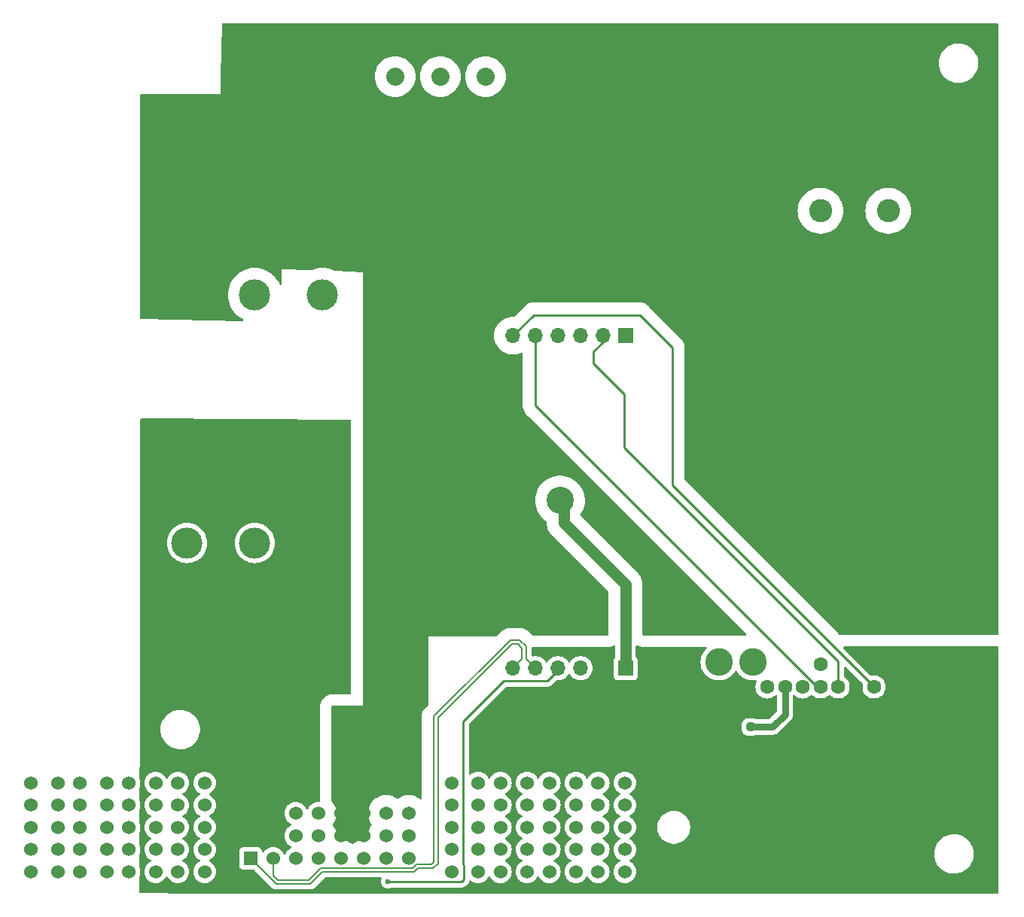
<source format=gbl>
%TF.GenerationSoftware,KiCad,Pcbnew,8.0.4*%
%TF.CreationDate,2025-01-10T12:27:39-08:00*%
%TF.ProjectId,X17-Power-Slab-Master,5831372d-506f-4776-9572-2d536c61622d,rev?*%
%TF.SameCoordinates,Original*%
%TF.FileFunction,Copper,L2,Bot*%
%TF.FilePolarity,Positive*%
%FSLAX46Y46*%
G04 Gerber Fmt 4.6, Leading zero omitted, Abs format (unit mm)*
G04 Created by KiCad (PCBNEW 8.0.4) date 2025-01-10 12:27:39*
%MOMM*%
%LPD*%
G01*
G04 APERTURE LIST*
G04 Aperture macros list*
%AMRoundRect*
0 Rectangle with rounded corners*
0 $1 Rounding radius*
0 $2 $3 $4 $5 $6 $7 $8 $9 X,Y pos of 4 corners*
0 Add a 4 corners polygon primitive as box body*
4,1,4,$2,$3,$4,$5,$6,$7,$8,$9,$2,$3,0*
0 Add four circle primitives for the rounded corners*
1,1,$1+$1,$2,$3*
1,1,$1+$1,$4,$5*
1,1,$1+$1,$6,$7*
1,1,$1+$1,$8,$9*
0 Add four rect primitives between the rounded corners*
20,1,$1+$1,$2,$3,$4,$5,0*
20,1,$1+$1,$4,$5,$6,$7,0*
20,1,$1+$1,$6,$7,$8,$9,0*
20,1,$1+$1,$8,$9,$2,$3,0*%
G04 Aperture macros list end*
%TA.AperFunction,ComponentPad*%
%ADD10C,1.530000*%
%TD*%
%TA.AperFunction,ComponentPad*%
%ADD11R,1.530000X1.530000*%
%TD*%
%TA.AperFunction,ComponentPad*%
%ADD12R,1.700000X1.700000*%
%TD*%
%TA.AperFunction,ComponentPad*%
%ADD13O,1.700000X1.700000*%
%TD*%
%TA.AperFunction,ComponentPad*%
%ADD14C,2.032000*%
%TD*%
%TA.AperFunction,ComponentPad*%
%ADD15C,3.500000*%
%TD*%
%TA.AperFunction,SMDPad,CuDef*%
%ADD16RoundRect,0.237500X-0.250000X-0.237500X0.250000X-0.237500X0.250000X0.237500X-0.250000X0.237500X0*%
%TD*%
%TA.AperFunction,ComponentPad*%
%ADD17C,2.600000*%
%TD*%
%TA.AperFunction,ComponentPad*%
%ADD18C,3.100000*%
%TD*%
%TA.AperFunction,ComponentPad*%
%ADD19C,1.600000*%
%TD*%
%TA.AperFunction,ViaPad*%
%ADD20C,0.600000*%
%TD*%
%TA.AperFunction,ViaPad*%
%ADD21C,3.048000*%
%TD*%
%TA.AperFunction,ViaPad*%
%ADD22C,1.270000*%
%TD*%
%TA.AperFunction,Conductor*%
%ADD23C,0.279400*%
%TD*%
%TA.AperFunction,Conductor*%
%ADD24C,0.762000*%
%TD*%
%TA.AperFunction,Conductor*%
%ADD25C,1.270000*%
%TD*%
%TA.AperFunction,Conductor*%
%ADD26C,0.200000*%
%TD*%
G04 APERTURE END LIST*
D10*
%TO.P,J2,P08_10*%
%TO.N,N/C*%
X126500000Y-129500000D03*
%TO.P,J2,P08_9*%
X126500000Y-132000000D03*
%TO.P,J2,P08_8*%
X126500000Y-134500000D03*
%TO.P,J2,P08_7*%
X126500000Y-137000000D03*
%TO.P,J2,P08_6*%
X126500000Y-139500000D03*
%TO.P,J2,P08_5*%
X123500000Y-139500000D03*
%TO.P,J2,P08_4*%
X123500000Y-137000000D03*
%TO.P,J2,P08_3*%
X123500000Y-134500000D03*
%TO.P,J2,P08_2*%
X123500000Y-132000000D03*
%TO.P,J2,P08_1,P08*%
%TO.N,unconnected-(J2-P08-PadP08_1)*%
X123500000Y-129500000D03*
%TO.P,J2,P07_10*%
%TO.N,N/C*%
X121000000Y-129500000D03*
%TO.P,J2,P07_9*%
X121000000Y-132000000D03*
%TO.P,J2,P07_8*%
X121000000Y-134500000D03*
%TO.P,J2,P07_7*%
X121000000Y-137000000D03*
%TO.P,J2,P07_6*%
X121000000Y-139500000D03*
%TO.P,J2,P07_5*%
X118000000Y-139500000D03*
%TO.P,J2,P07_4*%
X118000000Y-137000000D03*
%TO.P,J2,P07_3*%
X118000000Y-134500000D03*
%TO.P,J2,P07_2*%
X118000000Y-132000000D03*
%TO.P,J2,P07_1,P07*%
%TO.N,unconnected-(J2-P07-PadP07_1)*%
X118000000Y-129500000D03*
%TO.P,J2,P06_10*%
%TO.N,N/C*%
X115500000Y-129500000D03*
%TO.P,J2,P06_9*%
X115500000Y-132000000D03*
%TO.P,J2,P06_8*%
X115500000Y-134500000D03*
%TO.P,J2,P06_7*%
X115500000Y-137000000D03*
%TO.P,J2,P06_6*%
X115500000Y-139500000D03*
%TO.P,J2,P06_5*%
X112500000Y-139500000D03*
%TO.P,J2,P06_4*%
X112500000Y-137000000D03*
%TO.P,J2,P06_3*%
X112500000Y-134500000D03*
%TO.P,J2,P06_2*%
X112500000Y-132000000D03*
%TO.P,J2,P06_1,P06*%
%TO.N,unconnected-(J2-P06-PadP06_1)*%
X112500000Y-129500000D03*
%TO.P,J2,P05_10*%
%TO.N,N/C*%
X110000000Y-129500000D03*
%TO.P,J2,P05_9*%
X110000000Y-132000000D03*
%TO.P,J2,P05_8*%
X110000000Y-134500000D03*
%TO.P,J2,P05_7*%
X110000000Y-137000000D03*
%TO.P,J2,P05_6*%
X110000000Y-139500000D03*
%TO.P,J2,P05_5*%
X107000000Y-139500000D03*
%TO.P,J2,P05_4*%
X107000000Y-137000000D03*
%TO.P,J2,P05_3*%
X107000000Y-134500000D03*
%TO.P,J2,P05_2*%
X107000000Y-132000000D03*
%TO.P,J2,P05_1,P05*%
%TO.N,12V*%
X107000000Y-129500000D03*
%TO.P,J2,P04_10*%
%TO.N,N/C*%
X79240000Y-129500000D03*
%TO.P,J2,P04_9*%
X79240000Y-132000000D03*
%TO.P,J2,P04_8*%
X79240000Y-134500000D03*
%TO.P,J2,P04_7*%
X79240000Y-137000000D03*
%TO.P,J2,P04_6*%
X79240000Y-139500000D03*
%TO.P,J2,P04_5*%
X76240000Y-139500000D03*
%TO.P,J2,P04_4*%
X76240000Y-137000000D03*
%TO.P,J2,P04_3*%
X76240000Y-134500000D03*
%TO.P,J2,P04_2*%
X76240000Y-132000000D03*
%TO.P,J2,P04_1,P04*%
%TO.N,unconnected-(J2-P04-PadP04_1)*%
X76240000Y-129500000D03*
%TO.P,J2,P03_10*%
%TO.N,N/C*%
X73740000Y-129500000D03*
%TO.P,J2,P03_9*%
X73740000Y-132000000D03*
%TO.P,J2,P03_8*%
X73740000Y-134500000D03*
%TO.P,J2,P03_7*%
X73740000Y-137000000D03*
%TO.P,J2,P03_6*%
X73740000Y-139500000D03*
%TO.P,J2,P03_5*%
X70740000Y-139500000D03*
%TO.P,J2,P03_4*%
X70740000Y-137000000D03*
%TO.P,J2,P03_3*%
X70740000Y-134500000D03*
%TO.P,J2,P03_2*%
X70740000Y-132000000D03*
%TO.P,J2,P03_1,P03*%
%TO.N,unconnected-(J2-P03-PadP03_1)*%
X70740000Y-129500000D03*
%TO.P,J2,P02_10*%
%TO.N,N/C*%
X68240000Y-129500000D03*
%TO.P,J2,P02_9*%
X68240000Y-132000000D03*
%TO.P,J2,P02_8*%
X68240000Y-134500000D03*
%TO.P,J2,P02_7*%
X68240000Y-137000000D03*
%TO.P,J2,P02_6*%
X68240000Y-139500000D03*
%TO.P,J2,P02_5*%
X65240000Y-139500000D03*
%TO.P,J2,P02_4*%
X65240000Y-137000000D03*
%TO.P,J2,P02_3*%
X65240000Y-134500000D03*
%TO.P,J2,P02_2*%
X65240000Y-132000000D03*
%TO.P,J2,P02_1,P02*%
%TO.N,unconnected-(J2-P02-PadP02_1)*%
X65240000Y-129500000D03*
%TO.P,J2,P01_10*%
%TO.N,N/C*%
X62740000Y-129500000D03*
%TO.P,J2,P01_9*%
X62740000Y-132000000D03*
%TO.P,J2,P01_8*%
X62740000Y-134500000D03*
%TO.P,J2,P01_7*%
X62740000Y-137000000D03*
%TO.P,J2,P01_6*%
X62740000Y-139500000D03*
%TO.P,J2,P01_5*%
X59740000Y-139500000D03*
%TO.P,J2,P01_4*%
X59740000Y-137000000D03*
%TO.P,J2,P01_3*%
X59740000Y-134500000D03*
%TO.P,J2,P01_2*%
X59740000Y-132000000D03*
%TO.P,J2,P01_1,P01*%
%TO.N,unconnected-(J2-P01-PadP01_1)*%
X59740000Y-129500000D03*
%TO.P,J2,24,24*%
%TO.N,48V_GND*%
X102190000Y-132920000D03*
%TO.P,J2,23,23*%
X99650000Y-132920000D03*
%TO.P,J2,22,22*%
%TO.N,48V*%
X97110000Y-132920000D03*
%TO.P,J2,21,21*%
X94570000Y-132920000D03*
%TO.P,J2,20,20*%
%TO.N,5V*%
X92030000Y-132920000D03*
%TO.P,J2,19,19*%
X89490000Y-132920000D03*
%TO.P,J2,18,18*%
%TO.N,12V_5V_GND*%
X86950000Y-132920000D03*
%TO.P,J2,17,17*%
X84410000Y-132920000D03*
%TO.P,J2,16,16*%
%TO.N,48V_GND*%
X102190000Y-135460000D03*
%TO.P,J2,15,15*%
X99650000Y-135460000D03*
%TO.P,J2,14,14*%
%TO.N,48V*%
X97110000Y-135460000D03*
%TO.P,J2,13,13*%
X94570000Y-135460000D03*
%TO.P,J2,12,12*%
%TO.N,5V*%
X92030000Y-135460000D03*
%TO.P,J2,11,11*%
X89490000Y-135460000D03*
%TO.P,J2,10,10*%
%TO.N,12V_5V_GND*%
X86950000Y-135460000D03*
%TO.P,J2,09,09*%
X84410000Y-135460000D03*
%TO.P,J2,08,08*%
%TO.N,unconnected-(J2-Pad08)*%
X102190000Y-138000000D03*
%TO.P,J2,07,07*%
%TO.N,unconnected-(J2-Pad07)*%
X99650000Y-138000000D03*
%TO.P,J2,06,06*%
%TO.N,unconnected-(J2-Pad06)*%
X97110000Y-138000000D03*
%TO.P,J2,05,05*%
%TO.N,unconnected-(J2-Pad05)*%
X94570000Y-138000000D03*
%TO.P,J2,04,04*%
%TO.N,unconnected-(J2-Pad04)*%
X92030000Y-138000000D03*
%TO.P,J2,03,03*%
%TO.N,NRST_PSB*%
X89490000Y-138000000D03*
%TO.P,J2,02,02*%
%TO.N,A+*%
X86950000Y-138000000D03*
D11*
%TO.P,J2,01,01*%
%TO.N,A-*%
X84410000Y-138000000D03*
%TD*%
D12*
%TO.P,J1,1,Pin_1*%
%TO.N,12V_5V_GND*%
X126590000Y-79165000D03*
D13*
%TO.P,J1,2,Pin_2*%
%TO.N,DATA*%
X124050000Y-79165000D03*
%TO.P,J1,3,Pin_3*%
%TO.N,unconnected-(J1-Pin_3-Pad3)*%
X121510000Y-79165000D03*
%TO.P,J1,4,Pin_4*%
%TO.N,unconnected-(J1-Pin_4-Pad4)*%
X118970000Y-79165000D03*
%TO.P,J1,5,Pin_5*%
%TO.N,ALERT1*%
X116430000Y-79165000D03*
%TO.P,J1,6,Pin_6*%
%TO.N,PG*%
X113890000Y-79165000D03*
D12*
%TO.P,J1,7,Pin_7*%
%TO.N,5V*%
X126590000Y-116590000D03*
D13*
%TO.P,J1,8,Pin_8*%
%TO.N,12V_5V_GND*%
X124050000Y-116590000D03*
%TO.P,J1,9,Pin_9*%
%TO.N,SWCLK*%
X121510000Y-116590000D03*
%TO.P,J1,10,Pin_10*%
%TO.N,NRST_PSB*%
X118970000Y-116590000D03*
%TO.P,J1,11,Pin_11*%
%TO.N,A+*%
X116430000Y-116590000D03*
%TO.P,J1,12,Pin_12*%
%TO.N,A-*%
X113890000Y-116590000D03*
%TD*%
D14*
%TO.P,J3,1,1*%
%TO.N,48V*%
X85420000Y-50000000D03*
%TO.P,J3,2,2*%
X90500000Y-50000000D03*
%TO.P,J3,3,3*%
X95580000Y-50000000D03*
%TO.P,J3,4,4*%
%TO.N,RAW_48V_GND*%
X100660000Y-50000000D03*
%TO.P,J3,5,5*%
X105740000Y-50000000D03*
%TO.P,J3,6,6*%
X110820000Y-50000000D03*
%TD*%
D15*
%TO.P,U5,1,+In*%
%TO.N,48V*%
X77260000Y-74560000D03*
%TO.P,U5,2,RC*%
%TO.N,unconnected-(U5-RC-Pad2)*%
X84880000Y-74560000D03*
%TO.P,U5,3,In-*%
%TO.N,48V_GND*%
X92500000Y-74560000D03*
%TO.P,U5,4,Out-*%
%TO.N,12V_5V_GND*%
X92500000Y-102500000D03*
%TO.P,U5,5,Vadj*%
%TO.N,Net-(U5-Vadj)*%
X84880000Y-102500000D03*
%TO.P,U5,6,Out+*%
%TO.N,5V*%
X77260000Y-102500000D03*
%TD*%
D16*
%TO.P,R10,1*%
%TO.N,12V_5V_GND*%
X138787500Y-123200000D03*
%TO.P,R10,2*%
%TO.N,Net-(U8-SA0{slash}SA1)*%
X140612500Y-123200000D03*
%TD*%
D17*
%TO.P,U8,1,+In*%
%TO.N,48V*%
X140880000Y-65110000D03*
%TO.P,U8,2,RC*%
%TO.N,48V_GND*%
X148500000Y-65110000D03*
%TO.P,U8,3,-In*%
X156120000Y-65110000D03*
D18*
%TO.P,U8,4,-Out*%
%TO.N,12V_5V_GND*%
X159930000Y-115910000D03*
%TO.P,U8,5,-Out*%
X156120000Y-115910000D03*
D19*
%TO.P,U8,6,PG_Sync*%
%TO.N,unconnected-(U8-PG_Sync-Pad6)*%
X148500000Y-116150000D03*
D18*
%TO.P,U8,7,+Out*%
%TO.N,12V*%
X140880000Y-115910000D03*
%TO.P,U8,8,+Out*%
X137070000Y-115910000D03*
D19*
%TO.P,U8,9,PG/CTRL*%
%TO.N,PG*%
X154500000Y-118690000D03*
%TO.P,U8,10,-SENSE*%
%TO.N,12V_5V_GND*%
X152500000Y-118690000D03*
%TO.P,U8,11,SDA*%
%TO.N,DATA*%
X150500000Y-118690000D03*
%TO.P,U8,12,SALERT*%
%TO.N,ALERT1*%
X148500000Y-118690000D03*
%TO.P,U8,13,SCL*%
%TO.N,SWCLK*%
X146500000Y-118690000D03*
%TO.P,U8,14,SA0/SA1*%
%TO.N,Net-(U8-SA0{slash}SA1)*%
X144500000Y-118690000D03*
%TO.P,U8,15,SA0/+SENSE*%
%TO.N,12V*%
X142500000Y-118690000D03*
%TD*%
D20*
%TO.N,NRST_PSB*%
X99870000Y-140600000D03*
D21*
%TO.N,5V*%
X119200000Y-97710000D03*
%TO.N,48V*%
X151087100Y-73579400D03*
D22*
X148781250Y-47000000D03*
D21*
X83000000Y-58000000D03*
X151087100Y-54098800D03*
X118000000Y-67000000D03*
X151237700Y-85730000D03*
D22*
%TO.N,12V_5V_GND*%
X157000000Y-129900000D03*
D21*
X85000000Y-121000000D03*
X79000000Y-92000000D03*
%TD*%
D23*
%TO.N,NRST_PSB*%
X118970000Y-116830000D02*
X118970000Y-116590000D01*
X112900000Y-118000000D02*
X117800000Y-118000000D01*
X108310000Y-138670000D02*
X108310000Y-122590000D01*
X108380000Y-140340000D02*
X108380000Y-138740000D01*
X108310000Y-122590000D02*
X112900000Y-118000000D01*
X99874700Y-140604700D02*
X108115300Y-140604700D01*
X117800000Y-118000000D02*
X118970000Y-116830000D01*
X108380000Y-138740000D02*
X108310000Y-138670000D01*
X99870000Y-140600000D02*
X99874700Y-140604700D01*
X108115300Y-140604700D02*
X108380000Y-140340000D01*
%TO.N,DATA*%
X122990000Y-80930000D02*
X124050000Y-79870000D01*
X122990000Y-82310000D02*
X122990000Y-80930000D01*
X126440000Y-85760000D02*
X122990000Y-82310000D01*
X124050000Y-79870000D02*
X124050000Y-79165000D01*
X150500000Y-115800000D02*
X126440000Y-91740000D01*
X126440000Y-91740000D02*
X126440000Y-85760000D01*
X150500000Y-118690000D02*
X150500000Y-115800000D01*
D24*
%TO.N,Net-(U8-SA0{slash}SA1)*%
X143100000Y-123200000D02*
X140612500Y-123200000D01*
X144500000Y-118690000D02*
X144500000Y-121800000D01*
X144500000Y-121800000D02*
X143100000Y-123200000D01*
D25*
%TO.N,5V*%
X119620000Y-98130000D02*
X119200000Y-97710000D01*
X119620000Y-100240000D02*
X119620000Y-98130000D01*
X126590000Y-107210000D02*
X126590000Y-116590000D01*
X119620000Y-100240000D02*
X126590000Y-107210000D01*
D26*
%TO.N,A-*%
X92503220Y-139514980D02*
X102817526Y-139514980D01*
X114465098Y-113865000D02*
X114934999Y-114334901D01*
X91153200Y-140865000D02*
X92503220Y-139514980D01*
X114934999Y-115545001D02*
X113890000Y-116590000D01*
X105475000Y-138583200D02*
X105475000Y-122193200D01*
X84410000Y-138000000D02*
X87275000Y-140865000D01*
X114934999Y-114334901D02*
X114934999Y-115545001D01*
X103207506Y-139125000D02*
X104933200Y-139125000D01*
X102817526Y-139514980D02*
X103207506Y-139125000D01*
X104933200Y-139125000D02*
X105475000Y-138583200D01*
X105475000Y-122193200D02*
X113803200Y-113865000D01*
X87275000Y-140865000D02*
X91153200Y-140865000D01*
X113803200Y-113865000D02*
X114465098Y-113865000D01*
%TO.N,A+*%
X113616800Y-113415000D02*
X114651498Y-113415000D01*
X103021138Y-138675000D02*
X104746800Y-138675000D01*
X87461397Y-140415000D02*
X90966800Y-140415000D01*
X90966800Y-140415000D02*
X92316800Y-139065000D01*
X105025000Y-122006800D02*
X113616800Y-113415000D01*
X105025000Y-138396800D02*
X105025000Y-122006800D01*
X114651498Y-113415000D02*
X115385001Y-114148503D01*
X86950000Y-138000000D02*
X86950000Y-139903603D01*
X115385001Y-114148503D02*
X115385001Y-115545001D01*
X102631138Y-139065000D02*
X103021138Y-138675000D01*
X115385001Y-115545001D02*
X116430000Y-116590000D01*
X92316800Y-139065000D02*
X102631138Y-139065000D01*
X86950000Y-139903603D02*
X87461397Y-140415000D01*
X104746800Y-138675000D02*
X105025000Y-138396800D01*
D23*
%TO.N,ALERT1*%
X148111780Y-118690000D02*
X116430000Y-87008220D01*
X116430000Y-87008220D02*
X116430000Y-79165000D01*
X148500000Y-118690000D02*
X148111780Y-118690000D01*
D25*
%TO.N,12V_5V_GND*%
X92500000Y-102500000D02*
X92000000Y-102500000D01*
D23*
%TO.N,PG*%
X131800000Y-80470000D02*
X128160000Y-76830000D01*
X128160000Y-76830000D02*
X116225000Y-76830000D01*
X116225000Y-76830000D02*
X113890000Y-79165000D01*
X154500000Y-118690000D02*
X131800000Y-95990000D01*
X131800000Y-95990000D02*
X131800000Y-80470000D01*
%TD*%
%TA.AperFunction,Conductor*%
%TO.N,12V_5V_GND*%
G36*
X95601019Y-88598344D02*
G01*
X95667972Y-88618306D01*
X95713507Y-88671299D01*
X95724500Y-88722342D01*
X95724500Y-119400500D01*
X95704815Y-119467539D01*
X95652011Y-119513294D01*
X95600500Y-119524500D01*
X93623978Y-119524500D01*
X93579776Y-119525266D01*
X93579766Y-119525266D01*
X93352867Y-119553650D01*
X93301350Y-119564858D01*
X93129184Y-119615220D01*
X92922759Y-119713594D01*
X92737211Y-119847249D01*
X92684380Y-119893027D01*
X92653412Y-119920759D01*
X92653404Y-119920767D01*
X92500166Y-120090488D01*
X92500161Y-120090494D01*
X92379686Y-120284854D01*
X92295856Y-120497595D01*
X92276168Y-120564644D01*
X92244997Y-120696253D01*
X92244997Y-120696256D01*
X92231249Y-120849010D01*
X92224500Y-120924000D01*
X92224500Y-131462900D01*
X92225164Y-131477646D01*
X92226980Y-131517981D01*
X92210330Y-131585838D01*
X92159636Y-131633921D01*
X92092298Y-131647085D01*
X92030002Y-131641635D01*
X92029998Y-131641635D01*
X91808019Y-131661055D01*
X91808009Y-131661057D01*
X91592780Y-131718727D01*
X91592771Y-131718731D01*
X91390817Y-131812903D01*
X91390811Y-131812907D01*
X91208282Y-131940716D01*
X91050716Y-132098282D01*
X90922907Y-132280811D01*
X90922903Y-132280817D01*
X90872382Y-132389161D01*
X90826210Y-132441600D01*
X90759016Y-132460752D01*
X90692135Y-132440536D01*
X90647618Y-132389161D01*
X90607906Y-132303999D01*
X90597097Y-132280818D01*
X90469284Y-132098283D01*
X90311717Y-131940716D01*
X90311715Y-131940714D01*
X90311710Y-131940710D01*
X90129189Y-131812907D01*
X90129186Y-131812905D01*
X90129183Y-131812903D01*
X90054374Y-131778019D01*
X89927233Y-131718732D01*
X89927219Y-131718727D01*
X89711990Y-131661057D01*
X89711988Y-131661056D01*
X89711986Y-131661056D01*
X89711984Y-131661055D01*
X89711980Y-131661055D01*
X89490002Y-131641635D01*
X89489998Y-131641635D01*
X89268019Y-131661055D01*
X89268009Y-131661057D01*
X89052780Y-131718727D01*
X89052771Y-131718731D01*
X88850817Y-131812903D01*
X88850811Y-131812907D01*
X88668282Y-131940716D01*
X88510716Y-132098282D01*
X88382907Y-132280811D01*
X88382903Y-132280817D01*
X88288731Y-132482771D01*
X88288727Y-132482780D01*
X88231057Y-132698009D01*
X88231055Y-132698019D01*
X88211635Y-132919998D01*
X88211635Y-132920001D01*
X88231055Y-133141980D01*
X88231057Y-133141990D01*
X88288727Y-133357219D01*
X88288732Y-133357233D01*
X88382901Y-133559179D01*
X88382907Y-133559189D01*
X88510710Y-133741710D01*
X88510719Y-133741720D01*
X88668279Y-133899280D01*
X88668289Y-133899289D01*
X88810952Y-133999183D01*
X88850817Y-134027097D01*
X88927182Y-134062706D01*
X88959160Y-134077618D01*
X89011600Y-134123790D01*
X89030752Y-134190983D01*
X89010536Y-134257865D01*
X88959161Y-134302382D01*
X88850817Y-134352903D01*
X88850811Y-134352907D01*
X88668282Y-134480716D01*
X88510716Y-134638282D01*
X88382907Y-134820811D01*
X88382903Y-134820817D01*
X88288731Y-135022771D01*
X88288727Y-135022780D01*
X88231057Y-135238009D01*
X88231055Y-135238019D01*
X88211635Y-135459998D01*
X88211635Y-135460001D01*
X88231055Y-135681980D01*
X88231057Y-135681990D01*
X88288727Y-135897219D01*
X88288732Y-135897233D01*
X88382901Y-136099179D01*
X88382907Y-136099189D01*
X88510710Y-136281710D01*
X88510719Y-136281720D01*
X88668279Y-136439280D01*
X88668289Y-136439289D01*
X88767114Y-136508487D01*
X88850817Y-136567097D01*
X88927182Y-136602706D01*
X88959160Y-136617618D01*
X89011600Y-136663790D01*
X89030752Y-136730983D01*
X89010536Y-136797865D01*
X88959161Y-136842382D01*
X88850817Y-136892903D01*
X88850811Y-136892907D01*
X88668282Y-137020716D01*
X88510716Y-137178282D01*
X88382907Y-137360811D01*
X88382903Y-137360817D01*
X88332382Y-137469161D01*
X88286210Y-137521600D01*
X88219016Y-137540752D01*
X88152135Y-137520536D01*
X88107618Y-137469161D01*
X88092730Y-137437233D01*
X88057097Y-137360818D01*
X87929284Y-137178283D01*
X87771717Y-137020716D01*
X87771715Y-137020714D01*
X87771710Y-137020710D01*
X87589189Y-136892907D01*
X87589186Y-136892905D01*
X87589183Y-136892903D01*
X87589179Y-136892901D01*
X87387233Y-136798732D01*
X87387219Y-136798727D01*
X87171990Y-136741057D01*
X87171988Y-136741056D01*
X87171986Y-136741056D01*
X87171984Y-136741055D01*
X87171980Y-136741055D01*
X86950002Y-136721635D01*
X86949998Y-136721635D01*
X86728019Y-136741055D01*
X86728009Y-136741057D01*
X86512780Y-136798727D01*
X86512771Y-136798731D01*
X86310817Y-136892903D01*
X86310811Y-136892907D01*
X86128282Y-137020716D01*
X85970716Y-137178282D01*
X85909074Y-137266316D01*
X85854497Y-137309941D01*
X85784999Y-137317133D01*
X85722644Y-137285610D01*
X85687231Y-137225380D01*
X85683500Y-137195192D01*
X85683500Y-137186362D01*
X85683499Y-137186345D01*
X85679097Y-137145405D01*
X85676989Y-137125799D01*
X85625889Y-136988796D01*
X85538261Y-136871739D01*
X85421204Y-136784111D01*
X85404871Y-136778019D01*
X85284203Y-136733011D01*
X85223654Y-136726500D01*
X85223638Y-136726500D01*
X83596362Y-136726500D01*
X83596345Y-136726500D01*
X83535797Y-136733011D01*
X83535795Y-136733011D01*
X83398795Y-136784111D01*
X83281739Y-136871739D01*
X83194111Y-136988795D01*
X83143011Y-137125795D01*
X83143011Y-137125797D01*
X83136500Y-137186345D01*
X83136500Y-138813654D01*
X83143011Y-138874202D01*
X83143011Y-138874204D01*
X83162432Y-138926271D01*
X83194111Y-139011204D01*
X83281739Y-139128261D01*
X83398796Y-139215889D01*
X83535799Y-139266989D01*
X83563050Y-139269918D01*
X83596345Y-139273499D01*
X83596362Y-139273500D01*
X84771589Y-139273500D01*
X84838628Y-139293185D01*
X84859270Y-139309819D01*
X86901373Y-141351922D01*
X87040128Y-141432032D01*
X87194889Y-141473500D01*
X87194890Y-141473500D01*
X87194891Y-141473500D01*
X91233309Y-141473500D01*
X91233310Y-141473500D01*
X91233311Y-141473500D01*
X91310691Y-141452766D01*
X91388073Y-141432032D01*
X91526827Y-141351922D01*
X92718950Y-140159799D01*
X92780273Y-140126314D01*
X92806631Y-140123480D01*
X99005411Y-140123480D01*
X99072450Y-140143165D01*
X99118205Y-140195969D01*
X99128149Y-140265127D01*
X99122453Y-140288434D01*
X99076783Y-140418950D01*
X99076781Y-140418958D01*
X99056384Y-140599996D01*
X99056384Y-140600003D01*
X99076781Y-140781041D01*
X99076782Y-140781046D01*
X99117949Y-140898693D01*
X99136957Y-140953015D01*
X99233889Y-141107281D01*
X99362719Y-141236111D01*
X99516985Y-141333043D01*
X99688953Y-141393217D01*
X99688958Y-141393218D01*
X99869996Y-141413616D01*
X99870000Y-141413616D01*
X99870004Y-141413616D01*
X100051041Y-141393218D01*
X100051044Y-141393217D01*
X100051047Y-141393217D01*
X100223015Y-141333043D01*
X100320314Y-141271905D01*
X100386286Y-141252900D01*
X108179145Y-141252900D01*
X108263551Y-141236110D01*
X108304373Y-141227990D01*
X108422338Y-141179127D01*
X108528504Y-141108190D01*
X108883489Y-140753204D01*
X108940059Y-140668542D01*
X108954427Y-140647038D01*
X108999495Y-140538233D01*
X109043336Y-140483831D01*
X109109630Y-140461766D01*
X109177330Y-140479045D01*
X109185173Y-140484108D01*
X109225153Y-140512103D01*
X109360810Y-140607093D01*
X109360814Y-140607095D01*
X109360817Y-140607097D01*
X109482318Y-140663753D01*
X109562766Y-140701267D01*
X109562768Y-140701267D01*
X109562773Y-140701270D01*
X109778014Y-140758944D01*
X109936575Y-140772816D01*
X109999998Y-140778365D01*
X110000000Y-140778365D01*
X110000002Y-140778365D01*
X110055496Y-140773509D01*
X110221986Y-140758944D01*
X110437227Y-140701270D01*
X110639183Y-140607097D01*
X110821717Y-140479284D01*
X110979284Y-140321717D01*
X111107097Y-140139183D01*
X111137618Y-140073729D01*
X111183790Y-140021290D01*
X111250983Y-140002138D01*
X111317864Y-140022353D01*
X111362382Y-140073730D01*
X111392901Y-140139179D01*
X111392907Y-140139189D01*
X111520710Y-140321710D01*
X111520719Y-140321720D01*
X111678279Y-140479280D01*
X111678289Y-140479289D01*
X111749388Y-140529073D01*
X111860817Y-140607097D01*
X111982318Y-140663753D01*
X112062766Y-140701267D01*
X112062768Y-140701267D01*
X112062773Y-140701270D01*
X112278014Y-140758944D01*
X112436575Y-140772816D01*
X112499998Y-140778365D01*
X112500000Y-140778365D01*
X112500002Y-140778365D01*
X112555496Y-140773509D01*
X112721986Y-140758944D01*
X112937227Y-140701270D01*
X113139183Y-140607097D01*
X113321717Y-140479284D01*
X113479284Y-140321717D01*
X113607097Y-140139183D01*
X113701270Y-139937227D01*
X113758944Y-139721986D01*
X113778365Y-139500000D01*
X113758944Y-139278014D01*
X113701270Y-139062773D01*
X113607097Y-138860818D01*
X113479284Y-138678283D01*
X113321717Y-138520716D01*
X113321715Y-138520714D01*
X113321710Y-138520710D01*
X113139189Y-138392907D01*
X113139186Y-138392905D01*
X113139183Y-138392903D01*
X113073729Y-138362381D01*
X113021290Y-138316210D01*
X113002138Y-138249017D01*
X113022353Y-138182136D01*
X113073730Y-138137618D01*
X113078017Y-138135619D01*
X113139183Y-138107097D01*
X113321717Y-137979284D01*
X113479284Y-137821717D01*
X113607097Y-137639183D01*
X113701270Y-137437227D01*
X113758944Y-137221986D01*
X113778365Y-137000000D01*
X113758944Y-136778014D01*
X113701270Y-136562773D01*
X113607097Y-136360818D01*
X113479284Y-136178283D01*
X113321717Y-136020716D01*
X113321715Y-136020714D01*
X113321710Y-136020710D01*
X113139189Y-135892907D01*
X113139186Y-135892905D01*
X113139183Y-135892903D01*
X113073729Y-135862381D01*
X113021290Y-135816210D01*
X113002138Y-135749017D01*
X113022353Y-135682136D01*
X113073730Y-135637618D01*
X113097195Y-135626676D01*
X113139183Y-135607097D01*
X113314996Y-135483990D01*
X113321710Y-135479289D01*
X113321710Y-135479288D01*
X113321717Y-135479284D01*
X113479284Y-135321717D01*
X113480337Y-135320214D01*
X113509376Y-135278741D01*
X113607097Y-135139183D01*
X113701270Y-134937227D01*
X113758944Y-134721986D01*
X113778365Y-134500000D01*
X113758944Y-134278014D01*
X113701270Y-134062773D01*
X113607097Y-133860818D01*
X113479284Y-133678283D01*
X113321717Y-133520716D01*
X113321715Y-133520714D01*
X113321710Y-133520710D01*
X113139189Y-133392907D01*
X113139186Y-133392905D01*
X113139183Y-133392903D01*
X113073729Y-133362381D01*
X113021290Y-133316210D01*
X113002138Y-133249017D01*
X113022353Y-133182136D01*
X113073730Y-133137618D01*
X113139183Y-133107097D01*
X113321717Y-132979284D01*
X113479284Y-132821717D01*
X113607097Y-132639183D01*
X113701270Y-132437227D01*
X113758944Y-132221986D01*
X113778365Y-132000000D01*
X113758944Y-131778014D01*
X113701270Y-131562773D01*
X113607097Y-131360818D01*
X113479284Y-131178283D01*
X113321717Y-131020716D01*
X113321715Y-131020714D01*
X113321710Y-131020710D01*
X113139189Y-130892907D01*
X113139186Y-130892905D01*
X113139183Y-130892903D01*
X113073729Y-130862381D01*
X113021290Y-130816210D01*
X113002138Y-130749017D01*
X113022353Y-130682136D01*
X113073730Y-130637618D01*
X113139183Y-130607097D01*
X113321717Y-130479284D01*
X113479284Y-130321717D01*
X113607097Y-130139183D01*
X113701270Y-129937227D01*
X113758944Y-129721986D01*
X113778365Y-129500000D01*
X113778365Y-129499998D01*
X114221635Y-129499998D01*
X114221635Y-129500001D01*
X114241055Y-129721980D01*
X114241057Y-129721990D01*
X114298727Y-129937219D01*
X114298732Y-129937233D01*
X114392901Y-130139179D01*
X114392907Y-130139189D01*
X114520710Y-130321710D01*
X114520719Y-130321720D01*
X114678279Y-130479280D01*
X114678289Y-130479289D01*
X114791504Y-130558563D01*
X114860817Y-130607097D01*
X114926270Y-130637618D01*
X114978709Y-130683790D01*
X114997861Y-130750984D01*
X114977645Y-130817865D01*
X114926270Y-130862382D01*
X114860818Y-130892903D01*
X114860811Y-130892907D01*
X114678282Y-131020716D01*
X114520716Y-131178282D01*
X114392907Y-131360811D01*
X114392903Y-131360817D01*
X114298731Y-131562771D01*
X114298727Y-131562780D01*
X114241057Y-131778009D01*
X114241055Y-131778019D01*
X114221635Y-131999998D01*
X114221635Y-132000001D01*
X114241055Y-132221980D01*
X114241057Y-132221990D01*
X114298727Y-132437219D01*
X114298732Y-132437233D01*
X114392901Y-132639179D01*
X114392907Y-132639189D01*
X114520710Y-132821710D01*
X114520719Y-132821720D01*
X114678279Y-132979280D01*
X114678289Y-132979289D01*
X114791504Y-133058563D01*
X114860817Y-133107097D01*
X114926270Y-133137618D01*
X114978709Y-133183790D01*
X114997861Y-133250984D01*
X114977645Y-133317865D01*
X114926270Y-133362382D01*
X114860818Y-133392903D01*
X114860811Y-133392907D01*
X114678282Y-133520716D01*
X114520716Y-133678282D01*
X114392907Y-133860811D01*
X114392903Y-133860817D01*
X114298731Y-134062771D01*
X114298727Y-134062780D01*
X114241057Y-134278009D01*
X114241055Y-134278019D01*
X114221635Y-134499998D01*
X114221635Y-134500001D01*
X114241055Y-134721980D01*
X114241057Y-134721990D01*
X114298727Y-134937219D01*
X114298732Y-134937233D01*
X114392901Y-135139179D01*
X114392907Y-135139189D01*
X114520710Y-135321710D01*
X114520719Y-135321720D01*
X114678279Y-135479280D01*
X114678289Y-135479289D01*
X114780673Y-135550979D01*
X114860817Y-135607097D01*
X114902796Y-135626672D01*
X114926270Y-135637618D01*
X114978709Y-135683790D01*
X114997861Y-135750984D01*
X114977645Y-135817865D01*
X114926270Y-135862382D01*
X114860818Y-135892903D01*
X114860811Y-135892907D01*
X114678282Y-136020716D01*
X114520716Y-136178282D01*
X114392907Y-136360811D01*
X114392903Y-136360817D01*
X114298731Y-136562771D01*
X114298727Y-136562780D01*
X114241057Y-136778009D01*
X114241055Y-136778019D01*
X114221635Y-136999998D01*
X114221635Y-137000000D01*
X114241055Y-137221980D01*
X114241057Y-137221990D01*
X114298727Y-137437219D01*
X114298732Y-137437233D01*
X114392901Y-137639179D01*
X114392907Y-137639189D01*
X114520710Y-137821710D01*
X114520719Y-137821720D01*
X114678279Y-137979280D01*
X114678289Y-137979289D01*
X114774726Y-138046815D01*
X114860817Y-138107097D01*
X114921983Y-138135619D01*
X114926270Y-138137618D01*
X114978709Y-138183790D01*
X114997861Y-138250984D01*
X114977645Y-138317865D01*
X114926270Y-138362382D01*
X114860818Y-138392903D01*
X114860811Y-138392907D01*
X114678282Y-138520716D01*
X114520716Y-138678282D01*
X114392907Y-138860811D01*
X114392903Y-138860817D01*
X114298731Y-139062771D01*
X114298727Y-139062780D01*
X114241057Y-139278009D01*
X114241055Y-139278019D01*
X114221635Y-139499998D01*
X114221635Y-139500001D01*
X114241055Y-139721980D01*
X114241057Y-139721990D01*
X114298727Y-139937219D01*
X114298732Y-139937233D01*
X114392901Y-140139179D01*
X114392907Y-140139189D01*
X114520710Y-140321710D01*
X114520719Y-140321720D01*
X114678279Y-140479280D01*
X114678289Y-140479289D01*
X114749388Y-140529073D01*
X114860817Y-140607097D01*
X114982318Y-140663753D01*
X115062766Y-140701267D01*
X115062768Y-140701267D01*
X115062773Y-140701270D01*
X115278014Y-140758944D01*
X115436575Y-140772816D01*
X115499998Y-140778365D01*
X115500000Y-140778365D01*
X115500002Y-140778365D01*
X115555496Y-140773509D01*
X115721986Y-140758944D01*
X115937227Y-140701270D01*
X116139183Y-140607097D01*
X116321717Y-140479284D01*
X116479284Y-140321717D01*
X116607097Y-140139183D01*
X116637618Y-140073729D01*
X116683790Y-140021290D01*
X116750983Y-140002138D01*
X116817864Y-140022353D01*
X116862382Y-140073730D01*
X116892901Y-140139179D01*
X116892907Y-140139189D01*
X117020710Y-140321710D01*
X117020719Y-140321720D01*
X117178279Y-140479280D01*
X117178289Y-140479289D01*
X117249388Y-140529073D01*
X117360817Y-140607097D01*
X117482318Y-140663753D01*
X117562766Y-140701267D01*
X117562768Y-140701267D01*
X117562773Y-140701270D01*
X117778014Y-140758944D01*
X117936575Y-140772816D01*
X117999998Y-140778365D01*
X118000000Y-140778365D01*
X118000002Y-140778365D01*
X118055496Y-140773509D01*
X118221986Y-140758944D01*
X118437227Y-140701270D01*
X118639183Y-140607097D01*
X118821717Y-140479284D01*
X118979284Y-140321717D01*
X119107097Y-140139183D01*
X119201270Y-139937227D01*
X119258944Y-139721986D01*
X119278365Y-139500000D01*
X119258944Y-139278014D01*
X119201270Y-139062773D01*
X119107097Y-138860818D01*
X118979284Y-138678283D01*
X118821717Y-138520716D01*
X118821715Y-138520714D01*
X118821710Y-138520710D01*
X118639189Y-138392907D01*
X118639186Y-138392905D01*
X118639183Y-138392903D01*
X118573729Y-138362381D01*
X118521290Y-138316210D01*
X118502138Y-138249017D01*
X118522353Y-138182136D01*
X118573730Y-138137618D01*
X118578017Y-138135619D01*
X118639183Y-138107097D01*
X118821717Y-137979284D01*
X118979284Y-137821717D01*
X119107097Y-137639183D01*
X119201270Y-137437227D01*
X119258944Y-137221986D01*
X119278365Y-137000000D01*
X119258944Y-136778014D01*
X119201270Y-136562773D01*
X119107097Y-136360818D01*
X118979284Y-136178283D01*
X118821717Y-136020716D01*
X118821715Y-136020714D01*
X118821710Y-136020710D01*
X118639189Y-135892907D01*
X118639186Y-135892905D01*
X118639183Y-135892903D01*
X118573729Y-135862381D01*
X118521290Y-135816210D01*
X118502138Y-135749017D01*
X118522353Y-135682136D01*
X118573730Y-135637618D01*
X118597195Y-135626676D01*
X118639183Y-135607097D01*
X118814996Y-135483990D01*
X118821710Y-135479289D01*
X118821710Y-135479288D01*
X118821717Y-135479284D01*
X118979284Y-135321717D01*
X118980337Y-135320214D01*
X119009376Y-135278741D01*
X119107097Y-135139183D01*
X119201270Y-134937227D01*
X119258944Y-134721986D01*
X119278365Y-134500000D01*
X119258944Y-134278014D01*
X119201270Y-134062773D01*
X119107097Y-133860818D01*
X118979284Y-133678283D01*
X118821717Y-133520716D01*
X118821715Y-133520714D01*
X118821710Y-133520710D01*
X118639189Y-133392907D01*
X118639186Y-133392905D01*
X118639183Y-133392903D01*
X118573729Y-133362381D01*
X118521290Y-133316210D01*
X118502138Y-133249017D01*
X118522353Y-133182136D01*
X118573730Y-133137618D01*
X118639183Y-133107097D01*
X118821717Y-132979284D01*
X118979284Y-132821717D01*
X119107097Y-132639183D01*
X119201270Y-132437227D01*
X119258944Y-132221986D01*
X119278365Y-132000000D01*
X119258944Y-131778014D01*
X119201270Y-131562773D01*
X119107097Y-131360818D01*
X118979284Y-131178283D01*
X118821717Y-131020716D01*
X118821715Y-131020714D01*
X118821710Y-131020710D01*
X118639189Y-130892907D01*
X118639186Y-130892905D01*
X118639183Y-130892903D01*
X118573729Y-130862381D01*
X118521290Y-130816210D01*
X118502138Y-130749017D01*
X118522353Y-130682136D01*
X118573730Y-130637618D01*
X118639183Y-130607097D01*
X118821717Y-130479284D01*
X118979284Y-130321717D01*
X119107097Y-130139183D01*
X119201270Y-129937227D01*
X119258944Y-129721986D01*
X119278365Y-129500000D01*
X119278365Y-129499998D01*
X119721635Y-129499998D01*
X119721635Y-129500001D01*
X119741055Y-129721980D01*
X119741057Y-129721990D01*
X119798727Y-129937219D01*
X119798732Y-129937233D01*
X119892901Y-130139179D01*
X119892907Y-130139189D01*
X120020710Y-130321710D01*
X120020719Y-130321720D01*
X120178279Y-130479280D01*
X120178289Y-130479289D01*
X120291504Y-130558563D01*
X120360817Y-130607097D01*
X120426270Y-130637618D01*
X120478709Y-130683790D01*
X120497861Y-130750984D01*
X120477645Y-130817865D01*
X120426270Y-130862382D01*
X120360818Y-130892903D01*
X120360811Y-130892907D01*
X120178282Y-131020716D01*
X120020716Y-131178282D01*
X119892907Y-131360811D01*
X119892903Y-131360817D01*
X119798731Y-131562771D01*
X119798727Y-131562780D01*
X119741057Y-131778009D01*
X119741055Y-131778019D01*
X119721635Y-131999998D01*
X119721635Y-132000001D01*
X119741055Y-132221980D01*
X119741057Y-132221990D01*
X119798727Y-132437219D01*
X119798732Y-132437233D01*
X119892901Y-132639179D01*
X119892907Y-132639189D01*
X120020710Y-132821710D01*
X120020719Y-132821720D01*
X120178279Y-132979280D01*
X120178289Y-132979289D01*
X120291504Y-133058563D01*
X120360817Y-133107097D01*
X120426270Y-133137618D01*
X120478709Y-133183790D01*
X120497861Y-133250984D01*
X120477645Y-133317865D01*
X120426270Y-133362382D01*
X120360818Y-133392903D01*
X120360811Y-133392907D01*
X120178282Y-133520716D01*
X120020716Y-133678282D01*
X119892907Y-133860811D01*
X119892903Y-133860817D01*
X119798731Y-134062771D01*
X119798727Y-134062780D01*
X119741057Y-134278009D01*
X119741055Y-134278019D01*
X119721635Y-134499998D01*
X119721635Y-134500001D01*
X119741055Y-134721980D01*
X119741057Y-134721990D01*
X119798727Y-134937219D01*
X119798732Y-134937233D01*
X119892901Y-135139179D01*
X119892907Y-135139189D01*
X120020710Y-135321710D01*
X120020719Y-135321720D01*
X120178279Y-135479280D01*
X120178289Y-135479289D01*
X120280673Y-135550979D01*
X120360817Y-135607097D01*
X120402796Y-135626672D01*
X120426270Y-135637618D01*
X120478709Y-135683790D01*
X120497861Y-135750984D01*
X120477645Y-135817865D01*
X120426270Y-135862382D01*
X120360818Y-135892903D01*
X120360811Y-135892907D01*
X120178282Y-136020716D01*
X120020716Y-136178282D01*
X119892907Y-136360811D01*
X119892903Y-136360817D01*
X119798731Y-136562771D01*
X119798727Y-136562780D01*
X119741057Y-136778009D01*
X119741055Y-136778019D01*
X119721635Y-136999998D01*
X119721635Y-137000000D01*
X119741055Y-137221980D01*
X119741057Y-137221990D01*
X119798727Y-137437219D01*
X119798732Y-137437233D01*
X119892901Y-137639179D01*
X119892907Y-137639189D01*
X120020710Y-137821710D01*
X120020719Y-137821720D01*
X120178279Y-137979280D01*
X120178289Y-137979289D01*
X120274726Y-138046815D01*
X120360817Y-138107097D01*
X120421983Y-138135619D01*
X120426270Y-138137618D01*
X120478709Y-138183790D01*
X120497861Y-138250984D01*
X120477645Y-138317865D01*
X120426270Y-138362382D01*
X120360818Y-138392903D01*
X120360811Y-138392907D01*
X120178282Y-138520716D01*
X120020716Y-138678282D01*
X119892907Y-138860811D01*
X119892903Y-138860817D01*
X119798731Y-139062771D01*
X119798727Y-139062780D01*
X119741057Y-139278009D01*
X119741055Y-139278019D01*
X119721635Y-139499998D01*
X119721635Y-139500001D01*
X119741055Y-139721980D01*
X119741057Y-139721990D01*
X119798727Y-139937219D01*
X119798732Y-139937233D01*
X119892901Y-140139179D01*
X119892907Y-140139189D01*
X120020710Y-140321710D01*
X120020719Y-140321720D01*
X120178279Y-140479280D01*
X120178289Y-140479289D01*
X120249388Y-140529073D01*
X120360817Y-140607097D01*
X120482318Y-140663753D01*
X120562766Y-140701267D01*
X120562768Y-140701267D01*
X120562773Y-140701270D01*
X120778014Y-140758944D01*
X120936575Y-140772816D01*
X120999998Y-140778365D01*
X121000000Y-140778365D01*
X121000002Y-140778365D01*
X121055496Y-140773509D01*
X121221986Y-140758944D01*
X121437227Y-140701270D01*
X121639183Y-140607097D01*
X121821717Y-140479284D01*
X121979284Y-140321717D01*
X122107097Y-140139183D01*
X122137618Y-140073729D01*
X122183790Y-140021290D01*
X122250983Y-140002138D01*
X122317864Y-140022353D01*
X122362382Y-140073730D01*
X122392901Y-140139179D01*
X122392907Y-140139189D01*
X122520710Y-140321710D01*
X122520719Y-140321720D01*
X122678279Y-140479280D01*
X122678289Y-140479289D01*
X122749388Y-140529073D01*
X122860817Y-140607097D01*
X122982318Y-140663753D01*
X123062766Y-140701267D01*
X123062768Y-140701267D01*
X123062773Y-140701270D01*
X123278014Y-140758944D01*
X123436575Y-140772816D01*
X123499998Y-140778365D01*
X123500000Y-140778365D01*
X123500002Y-140778365D01*
X123555496Y-140773509D01*
X123721986Y-140758944D01*
X123937227Y-140701270D01*
X124139183Y-140607097D01*
X124321717Y-140479284D01*
X124479284Y-140321717D01*
X124607097Y-140139183D01*
X124701270Y-139937227D01*
X124758944Y-139721986D01*
X124778365Y-139500000D01*
X124758944Y-139278014D01*
X124701270Y-139062773D01*
X124607097Y-138860818D01*
X124479284Y-138678283D01*
X124321717Y-138520716D01*
X124321715Y-138520714D01*
X124321710Y-138520710D01*
X124139189Y-138392907D01*
X124139186Y-138392905D01*
X124139183Y-138392903D01*
X124073729Y-138362381D01*
X124021290Y-138316210D01*
X124002138Y-138249017D01*
X124022353Y-138182136D01*
X124073730Y-138137618D01*
X124078017Y-138135619D01*
X124139183Y-138107097D01*
X124321717Y-137979284D01*
X124479284Y-137821717D01*
X124607097Y-137639183D01*
X124701270Y-137437227D01*
X124758944Y-137221986D01*
X124778365Y-137000000D01*
X124758944Y-136778014D01*
X124701270Y-136562773D01*
X124607097Y-136360818D01*
X124479284Y-136178283D01*
X124321717Y-136020716D01*
X124321715Y-136020714D01*
X124321710Y-136020710D01*
X124139189Y-135892907D01*
X124139186Y-135892905D01*
X124139183Y-135892903D01*
X124073729Y-135862381D01*
X124021290Y-135816210D01*
X124002138Y-135749017D01*
X124022353Y-135682136D01*
X124073730Y-135637618D01*
X124097195Y-135626676D01*
X124139183Y-135607097D01*
X124314996Y-135483990D01*
X124321710Y-135479289D01*
X124321710Y-135479288D01*
X124321717Y-135479284D01*
X124479284Y-135321717D01*
X124480337Y-135320214D01*
X124509376Y-135278741D01*
X124607097Y-135139183D01*
X124701270Y-134937227D01*
X124758944Y-134721986D01*
X124778365Y-134500000D01*
X124758944Y-134278014D01*
X124701270Y-134062773D01*
X124607097Y-133860818D01*
X124479284Y-133678283D01*
X124321717Y-133520716D01*
X124321715Y-133520714D01*
X124321710Y-133520710D01*
X124139189Y-133392907D01*
X124139186Y-133392905D01*
X124139183Y-133392903D01*
X124073729Y-133362381D01*
X124021290Y-133316210D01*
X124002138Y-133249017D01*
X124022353Y-133182136D01*
X124073730Y-133137618D01*
X124139183Y-133107097D01*
X124321717Y-132979284D01*
X124479284Y-132821717D01*
X124607097Y-132639183D01*
X124701270Y-132437227D01*
X124758944Y-132221986D01*
X124778365Y-132000000D01*
X124758944Y-131778014D01*
X124701270Y-131562773D01*
X124607097Y-131360818D01*
X124479284Y-131178283D01*
X124321717Y-131020716D01*
X124321715Y-131020714D01*
X124321710Y-131020710D01*
X124139189Y-130892907D01*
X124139186Y-130892905D01*
X124139183Y-130892903D01*
X124073729Y-130862381D01*
X124021290Y-130816210D01*
X124002138Y-130749017D01*
X124022353Y-130682136D01*
X124073730Y-130637618D01*
X124139183Y-130607097D01*
X124321717Y-130479284D01*
X124479284Y-130321717D01*
X124607097Y-130139183D01*
X124701270Y-129937227D01*
X124758944Y-129721986D01*
X124778365Y-129500000D01*
X124778365Y-129499998D01*
X125221635Y-129499998D01*
X125221635Y-129500001D01*
X125241055Y-129721980D01*
X125241057Y-129721990D01*
X125298727Y-129937219D01*
X125298732Y-129937233D01*
X125392901Y-130139179D01*
X125392907Y-130139189D01*
X125520710Y-130321710D01*
X125520719Y-130321720D01*
X125678279Y-130479280D01*
X125678289Y-130479289D01*
X125791504Y-130558563D01*
X125860817Y-130607097D01*
X125926270Y-130637618D01*
X125978709Y-130683790D01*
X125997861Y-130750984D01*
X125977645Y-130817865D01*
X125926270Y-130862382D01*
X125860818Y-130892903D01*
X125860811Y-130892907D01*
X125678282Y-131020716D01*
X125520716Y-131178282D01*
X125392907Y-131360811D01*
X125392903Y-131360817D01*
X125298731Y-131562771D01*
X125298727Y-131562780D01*
X125241057Y-131778009D01*
X125241055Y-131778019D01*
X125221635Y-131999998D01*
X125221635Y-132000001D01*
X125241055Y-132221980D01*
X125241057Y-132221990D01*
X125298727Y-132437219D01*
X125298732Y-132437233D01*
X125392901Y-132639179D01*
X125392907Y-132639189D01*
X125520710Y-132821710D01*
X125520719Y-132821720D01*
X125678279Y-132979280D01*
X125678289Y-132979289D01*
X125791504Y-133058563D01*
X125860817Y-133107097D01*
X125926270Y-133137618D01*
X125978709Y-133183790D01*
X125997861Y-133250984D01*
X125977645Y-133317865D01*
X125926270Y-133362382D01*
X125860818Y-133392903D01*
X125860811Y-133392907D01*
X125678282Y-133520716D01*
X125520716Y-133678282D01*
X125392907Y-133860811D01*
X125392903Y-133860817D01*
X125298731Y-134062771D01*
X125298727Y-134062780D01*
X125241057Y-134278009D01*
X125241055Y-134278019D01*
X125221635Y-134499998D01*
X125221635Y-134500001D01*
X125241055Y-134721980D01*
X125241057Y-134721990D01*
X125298727Y-134937219D01*
X125298732Y-134937233D01*
X125392901Y-135139179D01*
X125392907Y-135139189D01*
X125520710Y-135321710D01*
X125520719Y-135321720D01*
X125678279Y-135479280D01*
X125678289Y-135479289D01*
X125780673Y-135550979D01*
X125860817Y-135607097D01*
X125902796Y-135626672D01*
X125926270Y-135637618D01*
X125978709Y-135683790D01*
X125997861Y-135750984D01*
X125977645Y-135817865D01*
X125926270Y-135862382D01*
X125860818Y-135892903D01*
X125860811Y-135892907D01*
X125678282Y-136020716D01*
X125520716Y-136178282D01*
X125392907Y-136360811D01*
X125392903Y-136360817D01*
X125298731Y-136562771D01*
X125298727Y-136562780D01*
X125241057Y-136778009D01*
X125241055Y-136778019D01*
X125221635Y-136999998D01*
X125221635Y-137000000D01*
X125241055Y-137221980D01*
X125241057Y-137221990D01*
X125298727Y-137437219D01*
X125298732Y-137437233D01*
X125392901Y-137639179D01*
X125392907Y-137639189D01*
X125520710Y-137821710D01*
X125520719Y-137821720D01*
X125678279Y-137979280D01*
X125678289Y-137979289D01*
X125774726Y-138046815D01*
X125860817Y-138107097D01*
X125921983Y-138135619D01*
X125926270Y-138137618D01*
X125978709Y-138183790D01*
X125997861Y-138250984D01*
X125977645Y-138317865D01*
X125926270Y-138362382D01*
X125860818Y-138392903D01*
X125860811Y-138392907D01*
X125678282Y-138520716D01*
X125520716Y-138678282D01*
X125392907Y-138860811D01*
X125392903Y-138860817D01*
X125298731Y-139062771D01*
X125298727Y-139062780D01*
X125241057Y-139278009D01*
X125241055Y-139278019D01*
X125221635Y-139499998D01*
X125221635Y-139500001D01*
X125241055Y-139721980D01*
X125241057Y-139721990D01*
X125298727Y-139937219D01*
X125298732Y-139937233D01*
X125392901Y-140139179D01*
X125392907Y-140139189D01*
X125520710Y-140321710D01*
X125520719Y-140321720D01*
X125678279Y-140479280D01*
X125678289Y-140479289D01*
X125749388Y-140529073D01*
X125860817Y-140607097D01*
X125982318Y-140663753D01*
X126062766Y-140701267D01*
X126062768Y-140701267D01*
X126062773Y-140701270D01*
X126278014Y-140758944D01*
X126436575Y-140772816D01*
X126499998Y-140778365D01*
X126500000Y-140778365D01*
X126500002Y-140778365D01*
X126555496Y-140773509D01*
X126721986Y-140758944D01*
X126937227Y-140701270D01*
X127139183Y-140607097D01*
X127321717Y-140479284D01*
X127479284Y-140321717D01*
X127607097Y-140139183D01*
X127701270Y-139937227D01*
X127758944Y-139721986D01*
X127778365Y-139500000D01*
X127758944Y-139278014D01*
X127701270Y-139062773D01*
X127607097Y-138860818D01*
X127479284Y-138678283D01*
X127321717Y-138520716D01*
X127321715Y-138520714D01*
X127321710Y-138520710D01*
X127139189Y-138392907D01*
X127139186Y-138392905D01*
X127139183Y-138392903D01*
X127073729Y-138362381D01*
X127021290Y-138316210D01*
X127002138Y-138249017D01*
X127022353Y-138182136D01*
X127073730Y-138137618D01*
X127078017Y-138135619D01*
X127139183Y-138107097D01*
X127321717Y-137979284D01*
X127479284Y-137821717D01*
X127607097Y-137639183D01*
X127672000Y-137499998D01*
X161277500Y-137499998D01*
X161277500Y-137500001D01*
X161297329Y-137796226D01*
X161297331Y-137796236D01*
X161356467Y-138087176D01*
X161413348Y-138250984D01*
X161453856Y-138367640D01*
X161587757Y-138632623D01*
X161755783Y-138877394D01*
X161755785Y-138877396D01*
X161755789Y-138877402D01*
X161755792Y-138877404D01*
X161954935Y-139097586D01*
X162181658Y-139289268D01*
X162431907Y-139449021D01*
X162701216Y-139573994D01*
X162984780Y-139661956D01*
X163277537Y-139711338D01*
X163574265Y-139721259D01*
X163869667Y-139691541D01*
X164158472Y-139622715D01*
X164158475Y-139622713D01*
X164158479Y-139622713D01*
X164297000Y-139569362D01*
X164435528Y-139516010D01*
X164695888Y-139373328D01*
X164934908Y-139197217D01*
X165148322Y-138990819D01*
X165332321Y-138757817D01*
X165483623Y-138502370D01*
X165599527Y-138229035D01*
X165677965Y-137942691D01*
X165717537Y-137648447D01*
X165717537Y-137351553D01*
X165677965Y-137057309D01*
X165599527Y-136770965D01*
X165483623Y-136497630D01*
X165402585Y-136360811D01*
X165332321Y-136242182D01*
X165148321Y-136009180D01*
X165140811Y-136001917D01*
X164934908Y-135802783D01*
X164809974Y-135710731D01*
X164695894Y-135626676D01*
X164695891Y-135626674D01*
X164695888Y-135626672D01*
X164435528Y-135483990D01*
X164435523Y-135483988D01*
X164435521Y-135483987D01*
X164158479Y-135377286D01*
X164158474Y-135377285D01*
X163869667Y-135308459D01*
X163869664Y-135308458D01*
X163574269Y-135278741D01*
X163574265Y-135278741D01*
X163277537Y-135288662D01*
X162984779Y-135338044D01*
X162899861Y-135364386D01*
X162701216Y-135426006D01*
X162701209Y-135426009D01*
X162701207Y-135426010D01*
X162431911Y-135550976D01*
X162181658Y-135710731D01*
X162181656Y-135710733D01*
X161954933Y-135902415D01*
X161755792Y-136122595D01*
X161755789Y-136122597D01*
X161587755Y-136367380D01*
X161538170Y-136465507D01*
X161453856Y-136632360D01*
X161453854Y-136632363D01*
X161453854Y-136632365D01*
X161356467Y-136912823D01*
X161297331Y-137203763D01*
X161297329Y-137203773D01*
X161277500Y-137499998D01*
X127672000Y-137499998D01*
X127701270Y-137437227D01*
X127758944Y-137221986D01*
X127778365Y-137000000D01*
X127758944Y-136778014D01*
X127701270Y-136562773D01*
X127607097Y-136360818D01*
X127479284Y-136178283D01*
X127321717Y-136020716D01*
X127321715Y-136020714D01*
X127321710Y-136020710D01*
X127139189Y-135892907D01*
X127139186Y-135892905D01*
X127139183Y-135892903D01*
X127073729Y-135862381D01*
X127021290Y-135816210D01*
X127002138Y-135749017D01*
X127022353Y-135682136D01*
X127073730Y-135637618D01*
X127097195Y-135626676D01*
X127139183Y-135607097D01*
X127314996Y-135483990D01*
X127321710Y-135479289D01*
X127321710Y-135479288D01*
X127321717Y-135479284D01*
X127479284Y-135321717D01*
X127480337Y-135320214D01*
X127509376Y-135278741D01*
X127607097Y-135139183D01*
X127701270Y-134937227D01*
X127758944Y-134721986D01*
X127778365Y-134500000D01*
X127767754Y-134378711D01*
X130149500Y-134378711D01*
X130149500Y-134621288D01*
X130181161Y-134861785D01*
X130243947Y-135096104D01*
X130336773Y-135320205D01*
X130336777Y-135320214D01*
X130347071Y-135338044D01*
X130458064Y-135530289D01*
X130458066Y-135530292D01*
X130458067Y-135530293D01*
X130605733Y-135722736D01*
X130605739Y-135722743D01*
X130777256Y-135894260D01*
X130777263Y-135894266D01*
X130838738Y-135941437D01*
X130969711Y-136041936D01*
X131179788Y-136163224D01*
X131403900Y-136256054D01*
X131638211Y-136318838D01*
X131818586Y-136342584D01*
X131878711Y-136350500D01*
X131878712Y-136350500D01*
X132121289Y-136350500D01*
X132169388Y-136344167D01*
X132361789Y-136318838D01*
X132596100Y-136256054D01*
X132820212Y-136163224D01*
X133030289Y-136041936D01*
X133222738Y-135894265D01*
X133394265Y-135722738D01*
X133541936Y-135530289D01*
X133663224Y-135320212D01*
X133756054Y-135096100D01*
X133818838Y-134861789D01*
X133850500Y-134621288D01*
X133850500Y-134378712D01*
X133818838Y-134138211D01*
X133756054Y-133903900D01*
X133663224Y-133679788D01*
X133541936Y-133469711D01*
X133394265Y-133277262D01*
X133394260Y-133277256D01*
X133222743Y-133105739D01*
X133222736Y-133105733D01*
X133030293Y-132958067D01*
X133030292Y-132958066D01*
X133030289Y-132958064D01*
X132820212Y-132836776D01*
X132783864Y-132821720D01*
X132596104Y-132743947D01*
X132478944Y-132712554D01*
X132361789Y-132681162D01*
X132361788Y-132681161D01*
X132361785Y-132681161D01*
X132121289Y-132649500D01*
X132121288Y-132649500D01*
X131878712Y-132649500D01*
X131878711Y-132649500D01*
X131638214Y-132681161D01*
X131403895Y-132743947D01*
X131179794Y-132836773D01*
X131179785Y-132836777D01*
X130969706Y-132958067D01*
X130777263Y-133105733D01*
X130777256Y-133105739D01*
X130605739Y-133277256D01*
X130605733Y-133277263D01*
X130458067Y-133469706D01*
X130336777Y-133679785D01*
X130336773Y-133679794D01*
X130243947Y-133903895D01*
X130181161Y-134138214D01*
X130149500Y-134378711D01*
X127767754Y-134378711D01*
X127758944Y-134278014D01*
X127701270Y-134062773D01*
X127607097Y-133860818D01*
X127479284Y-133678283D01*
X127321717Y-133520716D01*
X127321715Y-133520714D01*
X127321710Y-133520710D01*
X127139189Y-133392907D01*
X127139186Y-133392905D01*
X127139183Y-133392903D01*
X127073729Y-133362381D01*
X127021290Y-133316210D01*
X127002138Y-133249017D01*
X127022353Y-133182136D01*
X127073730Y-133137618D01*
X127139183Y-133107097D01*
X127321717Y-132979284D01*
X127479284Y-132821717D01*
X127607097Y-132639183D01*
X127701270Y-132437227D01*
X127758944Y-132221986D01*
X127778365Y-132000000D01*
X127758944Y-131778014D01*
X127701270Y-131562773D01*
X127607097Y-131360818D01*
X127479284Y-131178283D01*
X127321717Y-131020716D01*
X127321715Y-131020714D01*
X127321710Y-131020710D01*
X127139189Y-130892907D01*
X127139186Y-130892905D01*
X127139183Y-130892903D01*
X127073729Y-130862381D01*
X127021290Y-130816210D01*
X127002138Y-130749017D01*
X127022353Y-130682136D01*
X127073730Y-130637618D01*
X127139183Y-130607097D01*
X127321717Y-130479284D01*
X127479284Y-130321717D01*
X127607097Y-130139183D01*
X127701270Y-129937227D01*
X127758944Y-129721986D01*
X127778365Y-129500000D01*
X127758944Y-129278014D01*
X127701270Y-129062773D01*
X127607097Y-128860818D01*
X127479284Y-128678283D01*
X127321717Y-128520716D01*
X127321715Y-128520714D01*
X127321710Y-128520710D01*
X127139189Y-128392907D01*
X127139186Y-128392905D01*
X127139183Y-128392903D01*
X127139179Y-128392901D01*
X126937233Y-128298732D01*
X126937219Y-128298727D01*
X126721990Y-128241057D01*
X126721988Y-128241056D01*
X126721986Y-128241056D01*
X126721984Y-128241055D01*
X126721980Y-128241055D01*
X126500002Y-128221635D01*
X126499998Y-128221635D01*
X126278019Y-128241055D01*
X126278009Y-128241057D01*
X126062780Y-128298727D01*
X126062771Y-128298731D01*
X125860817Y-128392903D01*
X125860811Y-128392907D01*
X125678282Y-128520716D01*
X125520716Y-128678282D01*
X125392907Y-128860811D01*
X125392903Y-128860817D01*
X125298731Y-129062771D01*
X125298727Y-129062780D01*
X125241057Y-129278009D01*
X125241055Y-129278019D01*
X125221635Y-129499998D01*
X124778365Y-129499998D01*
X124758944Y-129278014D01*
X124701270Y-129062773D01*
X124607097Y-128860818D01*
X124479284Y-128678283D01*
X124321717Y-128520716D01*
X124321715Y-128520714D01*
X124321710Y-128520710D01*
X124139189Y-128392907D01*
X124139186Y-128392905D01*
X124139183Y-128392903D01*
X124139179Y-128392901D01*
X123937233Y-128298732D01*
X123937219Y-128298727D01*
X123721990Y-128241057D01*
X123721988Y-128241056D01*
X123721986Y-128241056D01*
X123721984Y-128241055D01*
X123721980Y-128241055D01*
X123500002Y-128221635D01*
X123499998Y-128221635D01*
X123278019Y-128241055D01*
X123278009Y-128241057D01*
X123062780Y-128298727D01*
X123062771Y-128298731D01*
X122860817Y-128392903D01*
X122860811Y-128392907D01*
X122678282Y-128520716D01*
X122520716Y-128678282D01*
X122392907Y-128860811D01*
X122392903Y-128860817D01*
X122362382Y-128926271D01*
X122316210Y-128978710D01*
X122249016Y-128997862D01*
X122182135Y-128977646D01*
X122137618Y-128926271D01*
X122107097Y-128860818D01*
X121979284Y-128678283D01*
X121821717Y-128520716D01*
X121821715Y-128520714D01*
X121821710Y-128520710D01*
X121639189Y-128392907D01*
X121639186Y-128392905D01*
X121639183Y-128392903D01*
X121639179Y-128392901D01*
X121437233Y-128298732D01*
X121437219Y-128298727D01*
X121221990Y-128241057D01*
X121221988Y-128241056D01*
X121221986Y-128241056D01*
X121221984Y-128241055D01*
X121221980Y-128241055D01*
X121000002Y-128221635D01*
X120999998Y-128221635D01*
X120778019Y-128241055D01*
X120778009Y-128241057D01*
X120562780Y-128298727D01*
X120562771Y-128298731D01*
X120360817Y-128392903D01*
X120360811Y-128392907D01*
X120178282Y-128520716D01*
X120020716Y-128678282D01*
X119892907Y-128860811D01*
X119892903Y-128860817D01*
X119798731Y-129062771D01*
X119798727Y-129062780D01*
X119741057Y-129278009D01*
X119741055Y-129278019D01*
X119721635Y-129499998D01*
X119278365Y-129499998D01*
X119258944Y-129278014D01*
X119201270Y-129062773D01*
X119107097Y-128860818D01*
X118979284Y-128678283D01*
X118821717Y-128520716D01*
X118821715Y-128520714D01*
X118821710Y-128520710D01*
X118639189Y-128392907D01*
X118639186Y-128392905D01*
X118639183Y-128392903D01*
X118639179Y-128392901D01*
X118437233Y-128298732D01*
X118437219Y-128298727D01*
X118221990Y-128241057D01*
X118221988Y-128241056D01*
X118221986Y-128241056D01*
X118221984Y-128241055D01*
X118221980Y-128241055D01*
X118000002Y-128221635D01*
X117999998Y-128221635D01*
X117778019Y-128241055D01*
X117778009Y-128241057D01*
X117562780Y-128298727D01*
X117562771Y-128298731D01*
X117360817Y-128392903D01*
X117360811Y-128392907D01*
X117178282Y-128520716D01*
X117020716Y-128678282D01*
X116892907Y-128860811D01*
X116892903Y-128860817D01*
X116862382Y-128926271D01*
X116816210Y-128978710D01*
X116749016Y-128997862D01*
X116682135Y-128977646D01*
X116637618Y-128926271D01*
X116607097Y-128860818D01*
X116479284Y-128678283D01*
X116321717Y-128520716D01*
X116321715Y-128520714D01*
X116321710Y-128520710D01*
X116139189Y-128392907D01*
X116139186Y-128392905D01*
X116139183Y-128392903D01*
X116139179Y-128392901D01*
X115937233Y-128298732D01*
X115937219Y-128298727D01*
X115721990Y-128241057D01*
X115721988Y-128241056D01*
X115721986Y-128241056D01*
X115721984Y-128241055D01*
X115721980Y-128241055D01*
X115500002Y-128221635D01*
X115499998Y-128221635D01*
X115278019Y-128241055D01*
X115278009Y-128241057D01*
X115062780Y-128298727D01*
X115062771Y-128298731D01*
X114860817Y-128392903D01*
X114860811Y-128392907D01*
X114678282Y-128520716D01*
X114520716Y-128678282D01*
X114392907Y-128860811D01*
X114392903Y-128860817D01*
X114298731Y-129062771D01*
X114298727Y-129062780D01*
X114241057Y-129278009D01*
X114241055Y-129278019D01*
X114221635Y-129499998D01*
X113778365Y-129499998D01*
X113758944Y-129278014D01*
X113701270Y-129062773D01*
X113607097Y-128860818D01*
X113479284Y-128678283D01*
X113321717Y-128520716D01*
X113321715Y-128520714D01*
X113321710Y-128520710D01*
X113139189Y-128392907D01*
X113139186Y-128392905D01*
X113139183Y-128392903D01*
X113139179Y-128392901D01*
X112937233Y-128298732D01*
X112937219Y-128298727D01*
X112721990Y-128241057D01*
X112721988Y-128241056D01*
X112721986Y-128241056D01*
X112721984Y-128241055D01*
X112721980Y-128241055D01*
X112500002Y-128221635D01*
X112499998Y-128221635D01*
X112278019Y-128241055D01*
X112278009Y-128241057D01*
X112062780Y-128298727D01*
X112062771Y-128298731D01*
X111860817Y-128392903D01*
X111860811Y-128392907D01*
X111678282Y-128520716D01*
X111520716Y-128678282D01*
X111392907Y-128860811D01*
X111392903Y-128860817D01*
X111362382Y-128926271D01*
X111316210Y-128978710D01*
X111249016Y-128997862D01*
X111182135Y-128977646D01*
X111137618Y-128926271D01*
X111107097Y-128860818D01*
X110979284Y-128678283D01*
X110821717Y-128520716D01*
X110821715Y-128520714D01*
X110821710Y-128520710D01*
X110639189Y-128392907D01*
X110639186Y-128392905D01*
X110639183Y-128392903D01*
X110639179Y-128392901D01*
X110437233Y-128298732D01*
X110437219Y-128298727D01*
X110221990Y-128241057D01*
X110221988Y-128241056D01*
X110221986Y-128241056D01*
X110221984Y-128241055D01*
X110221980Y-128241055D01*
X110000002Y-128221635D01*
X109999998Y-128221635D01*
X109778019Y-128241055D01*
X109778009Y-128241057D01*
X109562780Y-128298727D01*
X109562771Y-128298731D01*
X109360817Y-128392903D01*
X109360811Y-128392907D01*
X109178282Y-128520716D01*
X109169881Y-128529118D01*
X109108558Y-128562603D01*
X109038866Y-128557619D01*
X108982933Y-128515747D01*
X108958516Y-128450283D01*
X108958200Y-128441437D01*
X108958200Y-122909856D01*
X108977885Y-122842817D01*
X108994519Y-122822175D01*
X113132175Y-118684519D01*
X113193498Y-118651034D01*
X113219856Y-118648200D01*
X117863845Y-118648200D01*
X117948092Y-118631441D01*
X117989073Y-118623290D01*
X118107038Y-118574427D01*
X118213204Y-118503490D01*
X118735823Y-117980869D01*
X118797144Y-117947386D01*
X118843912Y-117946244D01*
X118857431Y-117948500D01*
X118857433Y-117948500D01*
X119082569Y-117948500D01*
X119304635Y-117911444D01*
X119517574Y-117838342D01*
X119715576Y-117731189D01*
X119893240Y-117592906D01*
X120019534Y-117455716D01*
X120045715Y-117427276D01*
X120045715Y-117427275D01*
X120045722Y-117427268D01*
X120136193Y-117288790D01*
X120189338Y-117243437D01*
X120258569Y-117234013D01*
X120321905Y-117263515D01*
X120343804Y-117288787D01*
X120434278Y-117427268D01*
X120434283Y-117427273D01*
X120434284Y-117427276D01*
X120586756Y-117592902D01*
X120586760Y-117592906D01*
X120764424Y-117731189D01*
X120764425Y-117731189D01*
X120764427Y-117731191D01*
X120855214Y-117780322D01*
X120962426Y-117838342D01*
X121175365Y-117911444D01*
X121397431Y-117948500D01*
X121622569Y-117948500D01*
X121844635Y-117911444D01*
X122057574Y-117838342D01*
X122255576Y-117731189D01*
X122433240Y-117592906D01*
X122559534Y-117455716D01*
X122585715Y-117427276D01*
X122585717Y-117427273D01*
X122585722Y-117427268D01*
X122708860Y-117238791D01*
X122799296Y-117032616D01*
X122854564Y-116814368D01*
X122854565Y-116814359D01*
X122873156Y-116590005D01*
X122873156Y-116589994D01*
X122854565Y-116365640D01*
X122854563Y-116365628D01*
X122805556Y-116172104D01*
X122799296Y-116147384D01*
X122708860Y-115941209D01*
X122696253Y-115921913D01*
X122585723Y-115752734D01*
X122585715Y-115752723D01*
X122433243Y-115587097D01*
X122433238Y-115587092D01*
X122255577Y-115448812D01*
X122255572Y-115448808D01*
X122057580Y-115341661D01*
X122057577Y-115341659D01*
X122057574Y-115341658D01*
X122057571Y-115341657D01*
X122057569Y-115341656D01*
X121844637Y-115268556D01*
X121622569Y-115231500D01*
X121397431Y-115231500D01*
X121175362Y-115268556D01*
X120962430Y-115341656D01*
X120962419Y-115341661D01*
X120764427Y-115448808D01*
X120764422Y-115448812D01*
X120586761Y-115587092D01*
X120586756Y-115587097D01*
X120434284Y-115752723D01*
X120434276Y-115752734D01*
X120343808Y-115891206D01*
X120290662Y-115936562D01*
X120221431Y-115945986D01*
X120158095Y-115916484D01*
X120136192Y-115891206D01*
X120045723Y-115752734D01*
X120045715Y-115752723D01*
X119893243Y-115587097D01*
X119893238Y-115587092D01*
X119715577Y-115448812D01*
X119715572Y-115448808D01*
X119517580Y-115341661D01*
X119517577Y-115341659D01*
X119517574Y-115341658D01*
X119517571Y-115341657D01*
X119517569Y-115341656D01*
X119304637Y-115268556D01*
X119082569Y-115231500D01*
X118857431Y-115231500D01*
X118635362Y-115268556D01*
X118422430Y-115341656D01*
X118422419Y-115341661D01*
X118224427Y-115448808D01*
X118224422Y-115448812D01*
X118046761Y-115587092D01*
X118046756Y-115587097D01*
X117894284Y-115752723D01*
X117894276Y-115752734D01*
X117803808Y-115891206D01*
X117750662Y-115936562D01*
X117681431Y-115945986D01*
X117618095Y-115916484D01*
X117596192Y-115891206D01*
X117505723Y-115752734D01*
X117505715Y-115752723D01*
X117353243Y-115587097D01*
X117353238Y-115587092D01*
X117175577Y-115448812D01*
X117175572Y-115448808D01*
X116977580Y-115341661D01*
X116977577Y-115341659D01*
X116977574Y-115341658D01*
X116977571Y-115341657D01*
X116977569Y-115341656D01*
X116764637Y-115268556D01*
X116542569Y-115231500D01*
X116317431Y-115231500D01*
X116137910Y-115261456D01*
X116068545Y-115253074D01*
X116014723Y-115208521D01*
X115993533Y-115141942D01*
X115993501Y-115139147D01*
X115993501Y-114359509D01*
X116013186Y-114292470D01*
X116065990Y-114246715D01*
X116128264Y-114235977D01*
X116132914Y-114236382D01*
X116196467Y-114241919D01*
X124564502Y-114217993D01*
X124606904Y-114217166D01*
X124833765Y-114188460D01*
X124884921Y-114177255D01*
X125055315Y-114127279D01*
X125261742Y-114028904D01*
X125261743Y-114028902D01*
X125266769Y-114026508D01*
X125267590Y-114028232D01*
X125327045Y-114013118D01*
X125393318Y-114035247D01*
X125437106Y-114089692D01*
X125446500Y-114137035D01*
X125446500Y-115262446D01*
X125426815Y-115329485D01*
X125396813Y-115361711D01*
X125376740Y-115376737D01*
X125289111Y-115493795D01*
X125238011Y-115630795D01*
X125238011Y-115630797D01*
X125231500Y-115691345D01*
X125231500Y-117488654D01*
X125238011Y-117549202D01*
X125238011Y-117549204D01*
X125288215Y-117683802D01*
X125289111Y-117686204D01*
X125376739Y-117803261D01*
X125493796Y-117890889D01*
X125630799Y-117941989D01*
X125657625Y-117944873D01*
X125691345Y-117948499D01*
X125691362Y-117948500D01*
X127488638Y-117948500D01*
X127488654Y-117948499D01*
X127515692Y-117945591D01*
X127549201Y-117941989D01*
X127686204Y-117890889D01*
X127803261Y-117803261D01*
X127890889Y-117686204D01*
X127940767Y-117552477D01*
X127941988Y-117549204D01*
X127941988Y-117549203D01*
X127941989Y-117549201D01*
X127945591Y-117515692D01*
X127948499Y-117488654D01*
X127948500Y-117488637D01*
X127948500Y-115691362D01*
X127948499Y-115691345D01*
X127945157Y-115660270D01*
X127941989Y-115630799D01*
X127941337Y-115629051D01*
X127919522Y-115570564D01*
X127890889Y-115493796D01*
X127803261Y-115376739D01*
X127803259Y-115376738D01*
X127803259Y-115376737D01*
X127783187Y-115361711D01*
X127741317Y-115305777D01*
X127733500Y-115262446D01*
X127733500Y-114120801D01*
X127753185Y-114053762D01*
X127805989Y-114008007D01*
X127875147Y-113998063D01*
X127922521Y-114015217D01*
X127983937Y-114053041D01*
X128173938Y-114127279D01*
X128196929Y-114136262D01*
X128216433Y-114141928D01*
X128264022Y-114155753D01*
X128395695Y-114186541D01*
X128623502Y-114206388D01*
X135577690Y-114186503D01*
X135644784Y-114205995D01*
X135690690Y-114258668D01*
X135700831Y-114327798D01*
X135671988Y-114391436D01*
X135662697Y-114401109D01*
X135661690Y-114402049D01*
X135469471Y-114607864D01*
X135469471Y-114607865D01*
X135469468Y-114607867D01*
X135469467Y-114607870D01*
X135447979Y-114638312D01*
X135307068Y-114837936D01*
X135177507Y-115087978D01*
X135083204Y-115353320D01*
X135083203Y-115353323D01*
X135025907Y-115629051D01*
X135006690Y-115910000D01*
X135025907Y-116190948D01*
X135083203Y-116466676D01*
X135083204Y-116466679D01*
X135177507Y-116732021D01*
X135177506Y-116732021D01*
X135307068Y-116982063D01*
X135469467Y-117212130D01*
X135469471Y-117212134D01*
X135469471Y-117212135D01*
X135599910Y-117351800D01*
X135652118Y-117407702D01*
X135661684Y-117417944D01*
X135880123Y-117595657D01*
X135880126Y-117595659D01*
X135880130Y-117595662D01*
X136006359Y-117672423D01*
X136120744Y-117741983D01*
X136330382Y-117833041D01*
X136379040Y-117854176D01*
X136650207Y-117930154D01*
X136895481Y-117963866D01*
X136929194Y-117968500D01*
X136929195Y-117968500D01*
X137210806Y-117968500D01*
X137240883Y-117964365D01*
X137489793Y-117930154D01*
X137760960Y-117854176D01*
X138019257Y-117741982D01*
X138259870Y-117595662D01*
X138478319Y-117417941D01*
X138670533Y-117212130D01*
X138832932Y-116982063D01*
X138864902Y-116920362D01*
X138913222Y-116869896D01*
X138981156Y-116853564D01*
X139047136Y-116876553D01*
X139085097Y-116920362D01*
X139117068Y-116982063D01*
X139279467Y-117212130D01*
X139279471Y-117212134D01*
X139279471Y-117212135D01*
X139409910Y-117351800D01*
X139462118Y-117407702D01*
X139471684Y-117417944D01*
X139690123Y-117595657D01*
X139690126Y-117595659D01*
X139690130Y-117595662D01*
X139816359Y-117672423D01*
X139930744Y-117741983D01*
X140140382Y-117833041D01*
X140189040Y-117854176D01*
X140460207Y-117930154D01*
X140705481Y-117963866D01*
X140739194Y-117968500D01*
X140739195Y-117968500D01*
X141020806Y-117968500D01*
X141061045Y-117962969D01*
X141192702Y-117944873D01*
X141261796Y-117955245D01*
X141314315Y-118001327D01*
X141333584Y-118068487D01*
X141321968Y-118120122D01*
X141265718Y-118240750D01*
X141265714Y-118240761D01*
X141206457Y-118461910D01*
X141206456Y-118461918D01*
X141186502Y-118689998D01*
X141186502Y-118690001D01*
X141206456Y-118918081D01*
X141206457Y-118918089D01*
X141265714Y-119139238D01*
X141265718Y-119139249D01*
X141362475Y-119346745D01*
X141362477Y-119346749D01*
X141493802Y-119534300D01*
X141655700Y-119696198D01*
X141843251Y-119827523D01*
X141885552Y-119847248D01*
X142050750Y-119924281D01*
X142050752Y-119924281D01*
X142050757Y-119924284D01*
X142271913Y-119983543D01*
X142434832Y-119997796D01*
X142499998Y-120003498D01*
X142500000Y-120003498D01*
X142500002Y-120003498D01*
X142557021Y-119998509D01*
X142728087Y-119983543D01*
X142949243Y-119924284D01*
X143156749Y-119827523D01*
X143344300Y-119696198D01*
X143398819Y-119641679D01*
X143460142Y-119608194D01*
X143529834Y-119613178D01*
X143585767Y-119655050D01*
X143610184Y-119720514D01*
X143610500Y-119729360D01*
X143610500Y-121380195D01*
X143590815Y-121447234D01*
X143574181Y-121467876D01*
X142767876Y-122274181D01*
X142706553Y-122307666D01*
X142680195Y-122310500D01*
X141261630Y-122310500D01*
X141196534Y-122292038D01*
X141179920Y-122281791D01*
X141156954Y-122274181D01*
X141014382Y-122226938D01*
X140912214Y-122216500D01*
X140312794Y-122216500D01*
X140312778Y-122216501D01*
X140210617Y-122226938D01*
X140045082Y-122281790D01*
X140045071Y-122281795D01*
X139896657Y-122373339D01*
X139896653Y-122373342D01*
X139773342Y-122496653D01*
X139773339Y-122496657D01*
X139681795Y-122645071D01*
X139681790Y-122645082D01*
X139626938Y-122810617D01*
X139616500Y-122912779D01*
X139616500Y-123487205D01*
X139616501Y-123487221D01*
X139626938Y-123589382D01*
X139681790Y-123754917D01*
X139681795Y-123754928D01*
X139773339Y-123903342D01*
X139773342Y-123903346D01*
X139896653Y-124026657D01*
X139896657Y-124026660D01*
X140045071Y-124118204D01*
X140045074Y-124118205D01*
X140045080Y-124118209D01*
X140210619Y-124173062D01*
X140312787Y-124183500D01*
X140912212Y-124183499D01*
X141014381Y-124173062D01*
X141179920Y-124118209D01*
X141196534Y-124107961D01*
X141261630Y-124089500D01*
X143187609Y-124089500D01*
X143187610Y-124089499D01*
X143359458Y-124055317D01*
X143521336Y-123988265D01*
X143667023Y-123890920D01*
X145190920Y-122367023D01*
X145288265Y-122221336D01*
X145355317Y-122059458D01*
X145389500Y-121887608D01*
X145389500Y-121712392D01*
X145389500Y-119729360D01*
X145409185Y-119662321D01*
X145461989Y-119616566D01*
X145531147Y-119606622D01*
X145594703Y-119635647D01*
X145601181Y-119641679D01*
X145655700Y-119696198D01*
X145843251Y-119827523D01*
X145885552Y-119847248D01*
X146050750Y-119924281D01*
X146050752Y-119924281D01*
X146050757Y-119924284D01*
X146271913Y-119983543D01*
X146434832Y-119997796D01*
X146499998Y-120003498D01*
X146500000Y-120003498D01*
X146500002Y-120003498D01*
X146557021Y-119998509D01*
X146728087Y-119983543D01*
X146949243Y-119924284D01*
X147156749Y-119827523D01*
X147344300Y-119696198D01*
X147412319Y-119628179D01*
X147473642Y-119594694D01*
X147543334Y-119599678D01*
X147587681Y-119628179D01*
X147655700Y-119696198D01*
X147843251Y-119827523D01*
X147885552Y-119847248D01*
X148050750Y-119924281D01*
X148050752Y-119924281D01*
X148050757Y-119924284D01*
X148271913Y-119983543D01*
X148434832Y-119997796D01*
X148499998Y-120003498D01*
X148500000Y-120003498D01*
X148500002Y-120003498D01*
X148557021Y-119998509D01*
X148728087Y-119983543D01*
X148949243Y-119924284D01*
X149156749Y-119827523D01*
X149344300Y-119696198D01*
X149412319Y-119628179D01*
X149473642Y-119594694D01*
X149543334Y-119599678D01*
X149587681Y-119628179D01*
X149655700Y-119696198D01*
X149843251Y-119827523D01*
X149885552Y-119847248D01*
X150050750Y-119924281D01*
X150050752Y-119924281D01*
X150050757Y-119924284D01*
X150271913Y-119983543D01*
X150434832Y-119997796D01*
X150499998Y-120003498D01*
X150500000Y-120003498D01*
X150500002Y-120003498D01*
X150557021Y-119998509D01*
X150728087Y-119983543D01*
X150949243Y-119924284D01*
X151156749Y-119827523D01*
X151344300Y-119696198D01*
X151506198Y-119534300D01*
X151637523Y-119346749D01*
X151734284Y-119139243D01*
X151793543Y-118918087D01*
X151813498Y-118690000D01*
X151813018Y-118684519D01*
X151803387Y-118574427D01*
X151793543Y-118461913D01*
X151734284Y-118240757D01*
X151637523Y-118033251D01*
X151506198Y-117845700D01*
X151344300Y-117683802D01*
X151201074Y-117583514D01*
X151157451Y-117528939D01*
X151148200Y-117481941D01*
X151148200Y-116554255D01*
X151167885Y-116487216D01*
X151220689Y-116441461D01*
X151289847Y-116431517D01*
X151353403Y-116460542D01*
X151359881Y-116466574D01*
X153187271Y-118293964D01*
X153220756Y-118355287D01*
X153219365Y-118413737D01*
X153206459Y-118461904D01*
X153206456Y-118461918D01*
X153186502Y-118689998D01*
X153186502Y-118690001D01*
X153206456Y-118918081D01*
X153206457Y-118918089D01*
X153265714Y-119139238D01*
X153265718Y-119139249D01*
X153362475Y-119346745D01*
X153362477Y-119346749D01*
X153493802Y-119534300D01*
X153655700Y-119696198D01*
X153843251Y-119827523D01*
X153885552Y-119847248D01*
X154050750Y-119924281D01*
X154050752Y-119924281D01*
X154050757Y-119924284D01*
X154271913Y-119983543D01*
X154434832Y-119997796D01*
X154499998Y-120003498D01*
X154500000Y-120003498D01*
X154500002Y-120003498D01*
X154557021Y-119998509D01*
X154728087Y-119983543D01*
X154949243Y-119924284D01*
X155156749Y-119827523D01*
X155344300Y-119696198D01*
X155506198Y-119534300D01*
X155637523Y-119346749D01*
X155734284Y-119139243D01*
X155793543Y-118918087D01*
X155813498Y-118690000D01*
X155813018Y-118684519D01*
X155803387Y-118574427D01*
X155793543Y-118461913D01*
X155734284Y-118240757D01*
X155637523Y-118033251D01*
X155506198Y-117845700D01*
X155344300Y-117683802D01*
X155156749Y-117552477D01*
X155156745Y-117552475D01*
X154949249Y-117455718D01*
X154949238Y-117455714D01*
X154728089Y-117396457D01*
X154728081Y-117396456D01*
X154500002Y-117376502D01*
X154499998Y-117376502D01*
X154271918Y-117396456D01*
X154271904Y-117396459D01*
X154223737Y-117409365D01*
X154153888Y-117407702D01*
X154103964Y-117377271D01*
X151080301Y-114353608D01*
X151046816Y-114292285D01*
X151051800Y-114222593D01*
X151093672Y-114166660D01*
X151159136Y-114142243D01*
X151167610Y-114141928D01*
X159822835Y-114117182D01*
X168375145Y-114092731D01*
X168442241Y-114112223D01*
X168488147Y-114164896D01*
X168499500Y-114216730D01*
X168499500Y-141875500D01*
X168479815Y-141942539D01*
X168427011Y-141988294D01*
X168375500Y-141999500D01*
X78318704Y-141999500D01*
X78316782Y-141999485D01*
X72022078Y-141901892D01*
X71955351Y-141881171D01*
X71910421Y-141827664D01*
X71900000Y-141777907D01*
X71900000Y-140053220D01*
X71911617Y-140000817D01*
X71941270Y-139937227D01*
X71998944Y-139721986D01*
X72018365Y-139500000D01*
X71998944Y-139278014D01*
X71941270Y-139062773D01*
X71911618Y-138999183D01*
X71900000Y-138946779D01*
X71900000Y-137553220D01*
X71911617Y-137500817D01*
X71941270Y-137437227D01*
X71998944Y-137221986D01*
X72018365Y-137000000D01*
X71998944Y-136778014D01*
X71941270Y-136562773D01*
X71941267Y-136562766D01*
X71911618Y-136499183D01*
X71900000Y-136446779D01*
X71900000Y-135053220D01*
X71911617Y-135000817D01*
X71941270Y-134937227D01*
X71998944Y-134721986D01*
X72018365Y-134500000D01*
X71998944Y-134278014D01*
X71941270Y-134062773D01*
X71911618Y-133999183D01*
X71900000Y-133946779D01*
X71900000Y-132553220D01*
X71911617Y-132500817D01*
X71941270Y-132437227D01*
X71998944Y-132221986D01*
X72018365Y-132000000D01*
X71998944Y-131778014D01*
X71941270Y-131562773D01*
X71941267Y-131562766D01*
X71911618Y-131499183D01*
X71900000Y-131446779D01*
X71900000Y-130053220D01*
X71911617Y-130000817D01*
X71941270Y-129937227D01*
X71998944Y-129721986D01*
X72018365Y-129500000D01*
X72018365Y-129499998D01*
X72461635Y-129499998D01*
X72461635Y-129500001D01*
X72481055Y-129721980D01*
X72481057Y-129721990D01*
X72538727Y-129937219D01*
X72538732Y-129937233D01*
X72632901Y-130139179D01*
X72632907Y-130139189D01*
X72760710Y-130321710D01*
X72760719Y-130321720D01*
X72918279Y-130479280D01*
X72918289Y-130479289D01*
X73031504Y-130558563D01*
X73100817Y-130607097D01*
X73166270Y-130637618D01*
X73218709Y-130683790D01*
X73237861Y-130750984D01*
X73217645Y-130817865D01*
X73166270Y-130862382D01*
X73100818Y-130892903D01*
X73100811Y-130892907D01*
X72918282Y-131020716D01*
X72760716Y-131178282D01*
X72632907Y-131360811D01*
X72632903Y-131360817D01*
X72538731Y-131562771D01*
X72538727Y-131562780D01*
X72481057Y-131778009D01*
X72481055Y-131778019D01*
X72461635Y-131999998D01*
X72461635Y-132000001D01*
X72481055Y-132221980D01*
X72481057Y-132221990D01*
X72538727Y-132437219D01*
X72538732Y-132437233D01*
X72632901Y-132639179D01*
X72632907Y-132639189D01*
X72760710Y-132821710D01*
X72760719Y-132821720D01*
X72918279Y-132979280D01*
X72918289Y-132979289D01*
X73031504Y-133058563D01*
X73100817Y-133107097D01*
X73166270Y-133137618D01*
X73218709Y-133183790D01*
X73237861Y-133250984D01*
X73217645Y-133317865D01*
X73166270Y-133362382D01*
X73100818Y-133392903D01*
X73100811Y-133392907D01*
X72918282Y-133520716D01*
X72760716Y-133678282D01*
X72632907Y-133860811D01*
X72632903Y-133860817D01*
X72538731Y-134062771D01*
X72538727Y-134062780D01*
X72481057Y-134278009D01*
X72481055Y-134278019D01*
X72461635Y-134499998D01*
X72461635Y-134500001D01*
X72481055Y-134721980D01*
X72481057Y-134721990D01*
X72538727Y-134937219D01*
X72538732Y-134937233D01*
X72632901Y-135139179D01*
X72632907Y-135139189D01*
X72760710Y-135321710D01*
X72760719Y-135321720D01*
X72918279Y-135479280D01*
X72918289Y-135479289D01*
X73020673Y-135550979D01*
X73100817Y-135607097D01*
X73142796Y-135626672D01*
X73166270Y-135637618D01*
X73218709Y-135683790D01*
X73237861Y-135750984D01*
X73217645Y-135817865D01*
X73166270Y-135862382D01*
X73100818Y-135892903D01*
X73100811Y-135892907D01*
X72918282Y-136020716D01*
X72760716Y-136178282D01*
X72632907Y-136360811D01*
X72632903Y-136360817D01*
X72538731Y-136562771D01*
X72538727Y-136562780D01*
X72481057Y-136778009D01*
X72481055Y-136778019D01*
X72461635Y-136999998D01*
X72461635Y-137000000D01*
X72481055Y-137221980D01*
X72481057Y-137221990D01*
X72538727Y-137437219D01*
X72538732Y-137437233D01*
X72632901Y-137639179D01*
X72632907Y-137639189D01*
X72760710Y-137821710D01*
X72760719Y-137821720D01*
X72918279Y-137979280D01*
X72918289Y-137979289D01*
X73014726Y-138046815D01*
X73100817Y-138107097D01*
X73161983Y-138135619D01*
X73166270Y-138137618D01*
X73218709Y-138183790D01*
X73237861Y-138250984D01*
X73217645Y-138317865D01*
X73166270Y-138362382D01*
X73100818Y-138392903D01*
X73100811Y-138392907D01*
X72918282Y-138520716D01*
X72760716Y-138678282D01*
X72632907Y-138860811D01*
X72632903Y-138860817D01*
X72538731Y-139062771D01*
X72538727Y-139062780D01*
X72481057Y-139278009D01*
X72481055Y-139278019D01*
X72461635Y-139499998D01*
X72461635Y-139500001D01*
X72481055Y-139721980D01*
X72481057Y-139721990D01*
X72538727Y-139937219D01*
X72538732Y-139937233D01*
X72632901Y-140139179D01*
X72632907Y-140139189D01*
X72760710Y-140321710D01*
X72760719Y-140321720D01*
X72918279Y-140479280D01*
X72918289Y-140479289D01*
X72989388Y-140529073D01*
X73100817Y-140607097D01*
X73222318Y-140663753D01*
X73302766Y-140701267D01*
X73302768Y-140701267D01*
X73302773Y-140701270D01*
X73518014Y-140758944D01*
X73676575Y-140772816D01*
X73739998Y-140778365D01*
X73740000Y-140778365D01*
X73740002Y-140778365D01*
X73795496Y-140773509D01*
X73961986Y-140758944D01*
X74177227Y-140701270D01*
X74379183Y-140607097D01*
X74561717Y-140479284D01*
X74719284Y-140321717D01*
X74847097Y-140139183D01*
X74877618Y-140073729D01*
X74923790Y-140021290D01*
X74990983Y-140002138D01*
X75057864Y-140022353D01*
X75102382Y-140073730D01*
X75132901Y-140139179D01*
X75132907Y-140139189D01*
X75260710Y-140321710D01*
X75260719Y-140321720D01*
X75418279Y-140479280D01*
X75418289Y-140479289D01*
X75489388Y-140529073D01*
X75600817Y-140607097D01*
X75722318Y-140663753D01*
X75802766Y-140701267D01*
X75802768Y-140701267D01*
X75802773Y-140701270D01*
X76018014Y-140758944D01*
X76176575Y-140772816D01*
X76239998Y-140778365D01*
X76240000Y-140778365D01*
X76240002Y-140778365D01*
X76295496Y-140773509D01*
X76461986Y-140758944D01*
X76677227Y-140701270D01*
X76879183Y-140607097D01*
X77061717Y-140479284D01*
X77219284Y-140321717D01*
X77347097Y-140139183D01*
X77441270Y-139937227D01*
X77498944Y-139721986D01*
X77518365Y-139500000D01*
X77498944Y-139278014D01*
X77441270Y-139062773D01*
X77347097Y-138860818D01*
X77219284Y-138678283D01*
X77061717Y-138520716D01*
X77061715Y-138520714D01*
X77061710Y-138520710D01*
X76879189Y-138392907D01*
X76879186Y-138392905D01*
X76879183Y-138392903D01*
X76813729Y-138362381D01*
X76761290Y-138316210D01*
X76742138Y-138249017D01*
X76762353Y-138182136D01*
X76813730Y-138137618D01*
X76818017Y-138135619D01*
X76879183Y-138107097D01*
X77061717Y-137979284D01*
X77219284Y-137821717D01*
X77347097Y-137639183D01*
X77441270Y-137437227D01*
X77498944Y-137221986D01*
X77518365Y-137000000D01*
X77498944Y-136778014D01*
X77441270Y-136562773D01*
X77347097Y-136360818D01*
X77219284Y-136178283D01*
X77061717Y-136020716D01*
X77061715Y-136020714D01*
X77061710Y-136020710D01*
X76879189Y-135892907D01*
X76879186Y-135892905D01*
X76879183Y-135892903D01*
X76813729Y-135862381D01*
X76761290Y-135816210D01*
X76742138Y-135749017D01*
X76762353Y-135682136D01*
X76813730Y-135637618D01*
X76837195Y-135626676D01*
X76879183Y-135607097D01*
X77054996Y-135483990D01*
X77061710Y-135479289D01*
X77061710Y-135479288D01*
X77061717Y-135479284D01*
X77219284Y-135321717D01*
X77220337Y-135320214D01*
X77249376Y-135278741D01*
X77347097Y-135139183D01*
X77441270Y-134937227D01*
X77498944Y-134721986D01*
X77518365Y-134500000D01*
X77498944Y-134278014D01*
X77441270Y-134062773D01*
X77347097Y-133860818D01*
X77219284Y-133678283D01*
X77061717Y-133520716D01*
X77061715Y-133520714D01*
X77061710Y-133520710D01*
X76879189Y-133392907D01*
X76879186Y-133392905D01*
X76879183Y-133392903D01*
X76813729Y-133362381D01*
X76761290Y-133316210D01*
X76742138Y-133249017D01*
X76762353Y-133182136D01*
X76813730Y-133137618D01*
X76879183Y-133107097D01*
X77061717Y-132979284D01*
X77219284Y-132821717D01*
X77347097Y-132639183D01*
X77441270Y-132437227D01*
X77498944Y-132221986D01*
X77518365Y-132000000D01*
X77498944Y-131778014D01*
X77441270Y-131562773D01*
X77347097Y-131360818D01*
X77219284Y-131178283D01*
X77061717Y-131020716D01*
X77061715Y-131020714D01*
X77061710Y-131020710D01*
X76879189Y-130892907D01*
X76879186Y-130892905D01*
X76879183Y-130892903D01*
X76813729Y-130862381D01*
X76761290Y-130816210D01*
X76742138Y-130749017D01*
X76762353Y-130682136D01*
X76813730Y-130637618D01*
X76879183Y-130607097D01*
X77061717Y-130479284D01*
X77219284Y-130321717D01*
X77347097Y-130139183D01*
X77441270Y-129937227D01*
X77498944Y-129721986D01*
X77518365Y-129500000D01*
X77518365Y-129499998D01*
X77961635Y-129499998D01*
X77961635Y-129500001D01*
X77981055Y-129721980D01*
X77981057Y-129721990D01*
X78038727Y-129937219D01*
X78038732Y-129937233D01*
X78132901Y-130139179D01*
X78132907Y-130139189D01*
X78260710Y-130321710D01*
X78260719Y-130321720D01*
X78418279Y-130479280D01*
X78418289Y-130479289D01*
X78531504Y-130558563D01*
X78600817Y-130607097D01*
X78666270Y-130637618D01*
X78718709Y-130683790D01*
X78737861Y-130750984D01*
X78717645Y-130817865D01*
X78666270Y-130862382D01*
X78600818Y-130892903D01*
X78600811Y-130892907D01*
X78418282Y-131020716D01*
X78260716Y-131178282D01*
X78132907Y-131360811D01*
X78132903Y-131360817D01*
X78038731Y-131562771D01*
X78038727Y-131562780D01*
X77981057Y-131778009D01*
X77981055Y-131778019D01*
X77961635Y-131999998D01*
X77961635Y-132000001D01*
X77981055Y-132221980D01*
X77981057Y-132221990D01*
X78038727Y-132437219D01*
X78038732Y-132437233D01*
X78132901Y-132639179D01*
X78132907Y-132639189D01*
X78260710Y-132821710D01*
X78260719Y-132821720D01*
X78418279Y-132979280D01*
X78418289Y-132979289D01*
X78531504Y-133058563D01*
X78600817Y-133107097D01*
X78666270Y-133137618D01*
X78718709Y-133183790D01*
X78737861Y-133250984D01*
X78717645Y-133317865D01*
X78666270Y-133362382D01*
X78600818Y-133392903D01*
X78600811Y-133392907D01*
X78418282Y-133520716D01*
X78260716Y-133678282D01*
X78132907Y-133860811D01*
X78132903Y-133860817D01*
X78038731Y-134062771D01*
X78038727Y-134062780D01*
X77981057Y-134278009D01*
X77981055Y-134278019D01*
X77961635Y-134499998D01*
X77961635Y-134500001D01*
X77981055Y-134721980D01*
X77981057Y-134721990D01*
X78038727Y-134937219D01*
X78038732Y-134937233D01*
X78132901Y-135139179D01*
X78132907Y-135139189D01*
X78260710Y-135321710D01*
X78260719Y-135321720D01*
X78418279Y-135479280D01*
X78418289Y-135479289D01*
X78520673Y-135550979D01*
X78600817Y-135607097D01*
X78642796Y-135626672D01*
X78666270Y-135637618D01*
X78718709Y-135683790D01*
X78737861Y-135750984D01*
X78717645Y-135817865D01*
X78666270Y-135862382D01*
X78600818Y-135892903D01*
X78600811Y-135892907D01*
X78418282Y-136020716D01*
X78260716Y-136178282D01*
X78132907Y-136360811D01*
X78132903Y-136360817D01*
X78038731Y-136562771D01*
X78038727Y-136562780D01*
X77981057Y-136778009D01*
X77981055Y-136778019D01*
X77961635Y-136999998D01*
X77961635Y-137000000D01*
X77981055Y-137221980D01*
X77981057Y-137221990D01*
X78038727Y-137437219D01*
X78038732Y-137437233D01*
X78132901Y-137639179D01*
X78132907Y-137639189D01*
X78260710Y-137821710D01*
X78260719Y-137821720D01*
X78418279Y-137979280D01*
X78418289Y-137979289D01*
X78514726Y-138046815D01*
X78600817Y-138107097D01*
X78661983Y-138135619D01*
X78666270Y-138137618D01*
X78718709Y-138183790D01*
X78737861Y-138250984D01*
X78717645Y-138317865D01*
X78666270Y-138362382D01*
X78600818Y-138392903D01*
X78600811Y-138392907D01*
X78418282Y-138520716D01*
X78260716Y-138678282D01*
X78132907Y-138860811D01*
X78132903Y-138860817D01*
X78038731Y-139062771D01*
X78038727Y-139062780D01*
X77981057Y-139278009D01*
X77981055Y-139278019D01*
X77961635Y-139499998D01*
X77961635Y-139500001D01*
X77981055Y-139721980D01*
X77981057Y-139721990D01*
X78038727Y-139937219D01*
X78038732Y-139937233D01*
X78132901Y-140139179D01*
X78132907Y-140139189D01*
X78260710Y-140321710D01*
X78260719Y-140321720D01*
X78418279Y-140479280D01*
X78418289Y-140479289D01*
X78489388Y-140529073D01*
X78600817Y-140607097D01*
X78722318Y-140663753D01*
X78802766Y-140701267D01*
X78802768Y-140701267D01*
X78802773Y-140701270D01*
X79018014Y-140758944D01*
X79176575Y-140772816D01*
X79239998Y-140778365D01*
X79240000Y-140778365D01*
X79240002Y-140778365D01*
X79295496Y-140773509D01*
X79461986Y-140758944D01*
X79677227Y-140701270D01*
X79879183Y-140607097D01*
X80061717Y-140479284D01*
X80219284Y-140321717D01*
X80347097Y-140139183D01*
X80441270Y-139937227D01*
X80498944Y-139721986D01*
X80518365Y-139500000D01*
X80498944Y-139278014D01*
X80441270Y-139062773D01*
X80347097Y-138860818D01*
X80219284Y-138678283D01*
X80061717Y-138520716D01*
X80061715Y-138520714D01*
X80061710Y-138520710D01*
X79879189Y-138392907D01*
X79879186Y-138392905D01*
X79879183Y-138392903D01*
X79813729Y-138362381D01*
X79761290Y-138316210D01*
X79742138Y-138249017D01*
X79762353Y-138182136D01*
X79813730Y-138137618D01*
X79818017Y-138135619D01*
X79879183Y-138107097D01*
X80061717Y-137979284D01*
X80219284Y-137821717D01*
X80347097Y-137639183D01*
X80441270Y-137437227D01*
X80498944Y-137221986D01*
X80518365Y-137000000D01*
X80498944Y-136778014D01*
X80441270Y-136562773D01*
X80347097Y-136360818D01*
X80219284Y-136178283D01*
X80061717Y-136020716D01*
X80061715Y-136020714D01*
X80061710Y-136020710D01*
X79879189Y-135892907D01*
X79879186Y-135892905D01*
X79879183Y-135892903D01*
X79813729Y-135862381D01*
X79761290Y-135816210D01*
X79742138Y-135749017D01*
X79762353Y-135682136D01*
X79813730Y-135637618D01*
X79837195Y-135626676D01*
X79879183Y-135607097D01*
X80054996Y-135483990D01*
X80061710Y-135479289D01*
X80061710Y-135479288D01*
X80061717Y-135479284D01*
X80219284Y-135321717D01*
X80220337Y-135320214D01*
X80249376Y-135278741D01*
X80347097Y-135139183D01*
X80441270Y-134937227D01*
X80498944Y-134721986D01*
X80518365Y-134500000D01*
X80498944Y-134278014D01*
X80441270Y-134062773D01*
X80347097Y-133860818D01*
X80219284Y-133678283D01*
X80061717Y-133520716D01*
X80061715Y-133520714D01*
X80061710Y-133520710D01*
X79879189Y-133392907D01*
X79879186Y-133392905D01*
X79879183Y-133392903D01*
X79813729Y-133362381D01*
X79761290Y-133316210D01*
X79742138Y-133249017D01*
X79762353Y-133182136D01*
X79813730Y-133137618D01*
X79879183Y-133107097D01*
X80061717Y-132979284D01*
X80219284Y-132821717D01*
X80347097Y-132639183D01*
X80441270Y-132437227D01*
X80498944Y-132221986D01*
X80518365Y-132000000D01*
X80498944Y-131778014D01*
X80441270Y-131562773D01*
X80347097Y-131360818D01*
X80219284Y-131178283D01*
X80061717Y-131020716D01*
X80061715Y-131020714D01*
X80061710Y-131020710D01*
X79879189Y-130892907D01*
X79879186Y-130892905D01*
X79879183Y-130892903D01*
X79813729Y-130862381D01*
X79761290Y-130816210D01*
X79742138Y-130749017D01*
X79762353Y-130682136D01*
X79813730Y-130637618D01*
X79879183Y-130607097D01*
X80061717Y-130479284D01*
X80219284Y-130321717D01*
X80347097Y-130139183D01*
X80441270Y-129937227D01*
X80498944Y-129721986D01*
X80518365Y-129500000D01*
X80498944Y-129278014D01*
X80441270Y-129062773D01*
X80347097Y-128860818D01*
X80219284Y-128678283D01*
X80061717Y-128520716D01*
X80061715Y-128520714D01*
X80061710Y-128520710D01*
X79879189Y-128392907D01*
X79879186Y-128392905D01*
X79879183Y-128392903D01*
X79879179Y-128392901D01*
X79677233Y-128298732D01*
X79677219Y-128298727D01*
X79461990Y-128241057D01*
X79461988Y-128241056D01*
X79461986Y-128241056D01*
X79461984Y-128241055D01*
X79461980Y-128241055D01*
X79240002Y-128221635D01*
X79239998Y-128221635D01*
X79018019Y-128241055D01*
X79018009Y-128241057D01*
X78802780Y-128298727D01*
X78802771Y-128298731D01*
X78600817Y-128392903D01*
X78600811Y-128392907D01*
X78418282Y-128520716D01*
X78260716Y-128678282D01*
X78132907Y-128860811D01*
X78132903Y-128860817D01*
X78038731Y-129062771D01*
X78038727Y-129062780D01*
X77981057Y-129278009D01*
X77981055Y-129278019D01*
X77961635Y-129499998D01*
X77518365Y-129499998D01*
X77498944Y-129278014D01*
X77441270Y-129062773D01*
X77347097Y-128860818D01*
X77219284Y-128678283D01*
X77061717Y-128520716D01*
X77061715Y-128520714D01*
X77061710Y-128520710D01*
X76879189Y-128392907D01*
X76879186Y-128392905D01*
X76879183Y-128392903D01*
X76879179Y-128392901D01*
X76677233Y-128298732D01*
X76677219Y-128298727D01*
X76461990Y-128241057D01*
X76461988Y-128241056D01*
X76461986Y-128241056D01*
X76461984Y-128241055D01*
X76461980Y-128241055D01*
X76240002Y-128221635D01*
X76239998Y-128221635D01*
X76018019Y-128241055D01*
X76018009Y-128241057D01*
X75802780Y-128298727D01*
X75802771Y-128298731D01*
X75600817Y-128392903D01*
X75600811Y-128392907D01*
X75418282Y-128520716D01*
X75260716Y-128678282D01*
X75132907Y-128860811D01*
X75132903Y-128860817D01*
X75102382Y-128926271D01*
X75056210Y-128978710D01*
X74989016Y-128997862D01*
X74922135Y-128977646D01*
X74877618Y-128926271D01*
X74847097Y-128860818D01*
X74719284Y-128678283D01*
X74561717Y-128520716D01*
X74561715Y-128520714D01*
X74561710Y-128520710D01*
X74379189Y-128392907D01*
X74379186Y-128392905D01*
X74379183Y-128392903D01*
X74379179Y-128392901D01*
X74177233Y-128298732D01*
X74177219Y-128298727D01*
X73961990Y-128241057D01*
X73961988Y-128241056D01*
X73961986Y-128241056D01*
X73961984Y-128241055D01*
X73961980Y-128241055D01*
X73740002Y-128221635D01*
X73739998Y-128221635D01*
X73518019Y-128241055D01*
X73518009Y-128241057D01*
X73302780Y-128298727D01*
X73302771Y-128298731D01*
X73100817Y-128392903D01*
X73100811Y-128392907D01*
X72918282Y-128520716D01*
X72760716Y-128678282D01*
X72632907Y-128860811D01*
X72632903Y-128860817D01*
X72538731Y-129062771D01*
X72538727Y-129062780D01*
X72481057Y-129278009D01*
X72481055Y-129278019D01*
X72461635Y-129499998D01*
X72018365Y-129499998D01*
X71998944Y-129278014D01*
X71941270Y-129062773D01*
X71911618Y-128999183D01*
X71900000Y-128946779D01*
X71900000Y-127841405D01*
X71916612Y-127779406D01*
X71966392Y-127693186D01*
X72000500Y-127565892D01*
X72000500Y-123499998D01*
X74277500Y-123499998D01*
X74277500Y-123500001D01*
X74297329Y-123796226D01*
X74297331Y-123796236D01*
X74356467Y-124087176D01*
X74389915Y-124183500D01*
X74453856Y-124367640D01*
X74587757Y-124632623D01*
X74755783Y-124877394D01*
X74755785Y-124877396D01*
X74755789Y-124877402D01*
X74755792Y-124877404D01*
X74954935Y-125097586D01*
X75181658Y-125289268D01*
X75431907Y-125449021D01*
X75701216Y-125573994D01*
X75984780Y-125661956D01*
X76277537Y-125711338D01*
X76574265Y-125721259D01*
X76869667Y-125691541D01*
X77158472Y-125622715D01*
X77158475Y-125622713D01*
X77158479Y-125622713D01*
X77297000Y-125569362D01*
X77435528Y-125516010D01*
X77695888Y-125373328D01*
X77934908Y-125197217D01*
X78148322Y-124990819D01*
X78332321Y-124757817D01*
X78483623Y-124502370D01*
X78599527Y-124229035D01*
X78677965Y-123942691D01*
X78717537Y-123648447D01*
X78717537Y-123351553D01*
X78677965Y-123057309D01*
X78599527Y-122770965D01*
X78483623Y-122497630D01*
X78406264Y-122367022D01*
X78332321Y-122242182D01*
X78148321Y-122009180D01*
X78140811Y-122001917D01*
X77934908Y-121802783D01*
X77809974Y-121710731D01*
X77695894Y-121626676D01*
X77695891Y-121626674D01*
X77695888Y-121626672D01*
X77435528Y-121483990D01*
X77435523Y-121483988D01*
X77435521Y-121483987D01*
X77158479Y-121377286D01*
X77158474Y-121377285D01*
X76869667Y-121308459D01*
X76869664Y-121308458D01*
X76574269Y-121278741D01*
X76574265Y-121278741D01*
X76277537Y-121288662D01*
X75984779Y-121338044D01*
X75858278Y-121377285D01*
X75701216Y-121426006D01*
X75701209Y-121426009D01*
X75701207Y-121426010D01*
X75431911Y-121550976D01*
X75181658Y-121710731D01*
X75181656Y-121710733D01*
X74954933Y-121902415D01*
X74755792Y-122122595D01*
X74755789Y-122122597D01*
X74587755Y-122367380D01*
X74548407Y-122445249D01*
X74453856Y-122632360D01*
X74453854Y-122632363D01*
X74453854Y-122632365D01*
X74356467Y-122912823D01*
X74297331Y-123203763D01*
X74297329Y-123203773D01*
X74277500Y-123499998D01*
X72000500Y-123499998D01*
X72000500Y-102500000D01*
X74996654Y-102500000D01*
X75016017Y-102795424D01*
X75016018Y-102795436D01*
X75073774Y-103085789D01*
X75073779Y-103085809D01*
X75168937Y-103366137D01*
X75168941Y-103366147D01*
X75299879Y-103631663D01*
X75299888Y-103631678D01*
X75464368Y-103877839D01*
X75659572Y-104100427D01*
X75833393Y-104252864D01*
X75882162Y-104295633D01*
X76128327Y-104460115D01*
X76128330Y-104460116D01*
X76128336Y-104460120D01*
X76393852Y-104591058D01*
X76393862Y-104591062D01*
X76674190Y-104686220D01*
X76674194Y-104686221D01*
X76674203Y-104686224D01*
X76870493Y-104725269D01*
X76964563Y-104743981D01*
X76964564Y-104743981D01*
X76964574Y-104743983D01*
X77260000Y-104763346D01*
X77555426Y-104743983D01*
X77845797Y-104686224D01*
X77845809Y-104686220D01*
X78126137Y-104591062D01*
X78126147Y-104591058D01*
X78391663Y-104460120D01*
X78391663Y-104460119D01*
X78391673Y-104460115D01*
X78637838Y-104295633D01*
X78860427Y-104100427D01*
X79055633Y-103877838D01*
X79220115Y-103631673D01*
X79351059Y-103366145D01*
X79446224Y-103085797D01*
X79503983Y-102795426D01*
X79523346Y-102500000D01*
X82616654Y-102500000D01*
X82636017Y-102795424D01*
X82636018Y-102795436D01*
X82693774Y-103085789D01*
X82693779Y-103085809D01*
X82788937Y-103366137D01*
X82788941Y-103366147D01*
X82919879Y-103631663D01*
X82919888Y-103631678D01*
X83084368Y-103877839D01*
X83279572Y-104100427D01*
X83453393Y-104252864D01*
X83502162Y-104295633D01*
X83748327Y-104460115D01*
X83748330Y-104460116D01*
X83748336Y-104460120D01*
X84013852Y-104591058D01*
X84013862Y-104591062D01*
X84294190Y-104686220D01*
X84294194Y-104686221D01*
X84294203Y-104686224D01*
X84490493Y-104725269D01*
X84584563Y-104743981D01*
X84584564Y-104743981D01*
X84584574Y-104743983D01*
X84880000Y-104763346D01*
X85175426Y-104743983D01*
X85465797Y-104686224D01*
X85465809Y-104686220D01*
X85746137Y-104591062D01*
X85746147Y-104591058D01*
X86011663Y-104460120D01*
X86011663Y-104460119D01*
X86011673Y-104460115D01*
X86257838Y-104295633D01*
X86480427Y-104100427D01*
X86675633Y-103877838D01*
X86840115Y-103631673D01*
X86971059Y-103366145D01*
X87066224Y-103085797D01*
X87123983Y-102795426D01*
X87143346Y-102500000D01*
X87123983Y-102204574D01*
X87066224Y-101914203D01*
X87066220Y-101914190D01*
X86971062Y-101633862D01*
X86971058Y-101633852D01*
X86840120Y-101368336D01*
X86840111Y-101368321D01*
X86837894Y-101365003D01*
X86675633Y-101122162D01*
X86632864Y-101073393D01*
X86480427Y-100899572D01*
X86257839Y-100704368D01*
X86011678Y-100539888D01*
X86011663Y-100539879D01*
X85746147Y-100408941D01*
X85746137Y-100408937D01*
X85465809Y-100313779D01*
X85465789Y-100313774D01*
X85175436Y-100256018D01*
X85175427Y-100256017D01*
X85175426Y-100256017D01*
X84880000Y-100236654D01*
X84584574Y-100256017D01*
X84584573Y-100256017D01*
X84584563Y-100256018D01*
X84294210Y-100313774D01*
X84294190Y-100313779D01*
X84013862Y-100408937D01*
X84013852Y-100408941D01*
X83748336Y-100539879D01*
X83748321Y-100539888D01*
X83502160Y-100704368D01*
X83279572Y-100899572D01*
X83084368Y-101122160D01*
X82919888Y-101368321D01*
X82919879Y-101368336D01*
X82788941Y-101633852D01*
X82788937Y-101633862D01*
X82693779Y-101914190D01*
X82693774Y-101914210D01*
X82636018Y-102204563D01*
X82636017Y-102204575D01*
X82616654Y-102500000D01*
X79523346Y-102500000D01*
X79503983Y-102204574D01*
X79446224Y-101914203D01*
X79446220Y-101914190D01*
X79351062Y-101633862D01*
X79351058Y-101633852D01*
X79220120Y-101368336D01*
X79220111Y-101368321D01*
X79217894Y-101365003D01*
X79055633Y-101122162D01*
X79012864Y-101073393D01*
X78860427Y-100899572D01*
X78637839Y-100704368D01*
X78391678Y-100539888D01*
X78391663Y-100539879D01*
X78126147Y-100408941D01*
X78126137Y-100408937D01*
X77845809Y-100313779D01*
X77845789Y-100313774D01*
X77555436Y-100256018D01*
X77555427Y-100256017D01*
X77555426Y-100256017D01*
X77260000Y-100236654D01*
X76964574Y-100256017D01*
X76964573Y-100256017D01*
X76964563Y-100256018D01*
X76674210Y-100313774D01*
X76674190Y-100313779D01*
X76393862Y-100408937D01*
X76393852Y-100408941D01*
X76128336Y-100539879D01*
X76128321Y-100539888D01*
X75882160Y-100704368D01*
X75659572Y-100899572D01*
X75464368Y-101122160D01*
X75299888Y-101368321D01*
X75299879Y-101368336D01*
X75168941Y-101633852D01*
X75168937Y-101633862D01*
X75073779Y-101914190D01*
X75073774Y-101914210D01*
X75016018Y-102204563D01*
X75016017Y-102204575D01*
X74996654Y-102500000D01*
X72000500Y-102500000D01*
X72000500Y-88624932D01*
X72020185Y-88557893D01*
X72072989Y-88512138D01*
X72125011Y-88500933D01*
X95601019Y-88598344D01*
G37*
%TD.AperFunction*%
%TD*%
%TA.AperFunction,Conductor*%
%TO.N,48V*%
G36*
X168442539Y-44020185D02*
G01*
X168488294Y-44072989D01*
X168499500Y-44124500D01*
X168499500Y-112693224D01*
X168479815Y-112760263D01*
X168427011Y-112806018D01*
X168375855Y-112817223D01*
X150723735Y-112867693D01*
X150656639Y-112848201D01*
X150635699Y-112831375D01*
X133246519Y-95442195D01*
X133213034Y-95380872D01*
X133210200Y-95354514D01*
X133210200Y-80359010D01*
X133194481Y-80259770D01*
X133185050Y-80200223D01*
X133175477Y-80139777D01*
X133106884Y-79928671D01*
X133106882Y-79928668D01*
X133106882Y-79928666D01*
X133052729Y-79822385D01*
X133006112Y-79730894D01*
X133006110Y-79730891D01*
X133006109Y-79730889D01*
X132988264Y-79706328D01*
X132988263Y-79706327D01*
X132875647Y-79551323D01*
X132875643Y-79551319D01*
X132875641Y-79551316D01*
X132718684Y-79394359D01*
X132718683Y-79394358D01*
X132715572Y-79391247D01*
X132715557Y-79391233D01*
X129239981Y-75915657D01*
X129239972Y-75915647D01*
X129196929Y-75872604D01*
X129078684Y-75754359D01*
X128899106Y-75623888D01*
X128701329Y-75523116D01*
X128490223Y-75454523D01*
X128490221Y-75454522D01*
X128490220Y-75454522D01*
X128321806Y-75427848D01*
X128270985Y-75419799D01*
X128049015Y-75419799D01*
X128043904Y-75419799D01*
X128043880Y-75419800D01*
X116341121Y-75419800D01*
X116341097Y-75419799D01*
X116335986Y-75419799D01*
X116114015Y-75419799D01*
X116063193Y-75427848D01*
X115894780Y-75454522D01*
X115683668Y-75523117D01*
X115485893Y-75623888D01*
X115306313Y-75754361D01*
X115149356Y-75911319D01*
X114052495Y-77008181D01*
X113991172Y-77041666D01*
X113964814Y-77044500D01*
X113744953Y-77044500D01*
X113457563Y-77084001D01*
X113457557Y-77084002D01*
X113178226Y-77162267D01*
X112912153Y-77277838D01*
X112664295Y-77428564D01*
X112439271Y-77611634D01*
X112241262Y-77823650D01*
X112073970Y-78060647D01*
X111940508Y-78318217D01*
X111843364Y-78591553D01*
X111843359Y-78591569D01*
X111784342Y-78875581D01*
X111784341Y-78875583D01*
X111764545Y-79165000D01*
X111784341Y-79454416D01*
X111784342Y-79454418D01*
X111843359Y-79738430D01*
X111843364Y-79738446D01*
X111940508Y-80011782D01*
X111940509Y-80011784D01*
X112073970Y-80269352D01*
X112241261Y-80506349D01*
X112439264Y-80718359D01*
X112664292Y-80901433D01*
X112664294Y-80901434D01*
X112664295Y-80901435D01*
X112912153Y-81052161D01*
X113078631Y-81124472D01*
X113178228Y-81167733D01*
X113457563Y-81245999D01*
X113710225Y-81280726D01*
X113744953Y-81285500D01*
X113744954Y-81285500D01*
X114035047Y-81285500D01*
X114066030Y-81281241D01*
X114322437Y-81245999D01*
X114601772Y-81167733D01*
X114846398Y-81061476D01*
X114915730Y-81052823D01*
X114978734Y-81083027D01*
X115015407Y-81142498D01*
X115019800Y-81175211D01*
X115019800Y-86892819D01*
X115019799Y-86892834D01*
X115019799Y-86897235D01*
X115019799Y-87119205D01*
X115054523Y-87338443D01*
X115123116Y-87549549D01*
X115223888Y-87747326D01*
X115354359Y-87926904D01*
X115511316Y-88083861D01*
X115515646Y-88088191D01*
X115515657Y-88088201D01*
X140114054Y-112686598D01*
X140147539Y-112747921D01*
X140142555Y-112817613D01*
X140100683Y-112873546D01*
X140035219Y-112897963D01*
X140026728Y-112898278D01*
X128619855Y-112930893D01*
X128552759Y-112911401D01*
X128506853Y-112858728D01*
X128495500Y-112806894D01*
X128495500Y-107339308D01*
X128495501Y-107339279D01*
X128495501Y-107085114D01*
X128495500Y-107085100D01*
X128493852Y-107072584D01*
X128462897Y-106837458D01*
X128398248Y-106596184D01*
X128305766Y-106372915D01*
X128304019Y-106367766D01*
X128252689Y-106278861D01*
X128177765Y-106149089D01*
X128025705Y-105950920D01*
X128025700Y-105950914D01*
X127846673Y-105771887D01*
X127846634Y-105771850D01*
X121561819Y-99487035D01*
X121528334Y-99425712D01*
X121525500Y-99399354D01*
X121525500Y-99304342D01*
X121542113Y-99242342D01*
X121701489Y-98966295D01*
X121830421Y-98667395D01*
X121923782Y-98355548D01*
X121980309Y-98034971D01*
X121999236Y-97710000D01*
X121980309Y-97385029D01*
X121955587Y-97244828D01*
X121923785Y-97064466D01*
X121923783Y-97064460D01*
X121923782Y-97064452D01*
X121830421Y-96752605D01*
X121701489Y-96453705D01*
X121538728Y-96171795D01*
X121538727Y-96171793D01*
X121344342Y-95910689D01*
X121344337Y-95910683D01*
X121236322Y-95796195D01*
X121120952Y-95673910D01*
X121120945Y-95673904D01*
X121120943Y-95673902D01*
X120871592Y-95464670D01*
X120599612Y-95285787D01*
X120599610Y-95285786D01*
X120308728Y-95139698D01*
X120308722Y-95139696D01*
X120002831Y-95028361D01*
X120002829Y-95028360D01*
X119761151Y-94971082D01*
X119686082Y-94953291D01*
X119362761Y-94915500D01*
X119037239Y-94915500D01*
X118713918Y-94953291D01*
X118397170Y-95028360D01*
X118397168Y-95028361D01*
X118091277Y-95139696D01*
X118091271Y-95139698D01*
X117800389Y-95285786D01*
X117800387Y-95285787D01*
X117528407Y-95464670D01*
X117279056Y-95673902D01*
X117279046Y-95673912D01*
X117055662Y-95910683D01*
X117055657Y-95910689D01*
X116861272Y-96171793D01*
X116698513Y-96453700D01*
X116698507Y-96453713D01*
X116569578Y-96752605D01*
X116476217Y-97064455D01*
X116476214Y-97064466D01*
X116419692Y-97385020D01*
X116419691Y-97385028D01*
X116400764Y-97709996D01*
X116400764Y-97710003D01*
X116419691Y-98034971D01*
X116419692Y-98034979D01*
X116476214Y-98355533D01*
X116476217Y-98355544D01*
X116569578Y-98667394D01*
X116698507Y-98966286D01*
X116698513Y-98966299D01*
X116861272Y-99248206D01*
X117055657Y-99509310D01*
X117055662Y-99509316D01*
X117171031Y-99631599D01*
X117279048Y-99746090D01*
X117279054Y-99746095D01*
X117279056Y-99746097D01*
X117528404Y-99955326D01*
X117528407Y-99955328D01*
X117528412Y-99955332D01*
X117658638Y-100040982D01*
X117703832Y-100094267D01*
X117714499Y-100144583D01*
X117714499Y-100364900D01*
X117732879Y-100504500D01*
X117732879Y-100504501D01*
X117747102Y-100612538D01*
X117811754Y-100853821D01*
X117907339Y-101084583D01*
X117907342Y-101084590D01*
X118032235Y-101300911D01*
X118032237Y-101300914D01*
X118032238Y-101300915D01*
X118184293Y-101499078D01*
X118184299Y-101499085D01*
X118364016Y-101678802D01*
X118364046Y-101678830D01*
X124648181Y-107962965D01*
X124681666Y-108024288D01*
X124684500Y-108050646D01*
X124684500Y-112818499D01*
X124664815Y-112885538D01*
X124612011Y-112931293D01*
X124560855Y-112942498D01*
X116192820Y-112966424D01*
X116125724Y-112946932D01*
X116104784Y-112930106D01*
X115544321Y-112369643D01*
X115544319Y-112369641D01*
X115369797Y-112242843D01*
X115177592Y-112144909D01*
X114972424Y-112078245D01*
X114759364Y-112044500D01*
X114759359Y-112044500D01*
X113724661Y-112044500D01*
X113508939Y-112044500D01*
X113508934Y-112044500D01*
X113295873Y-112078245D01*
X113090705Y-112144909D01*
X112898500Y-112242843D01*
X112798929Y-112315186D01*
X112723979Y-112369641D01*
X112723977Y-112369643D01*
X112723975Y-112369643D01*
X112151708Y-112941910D01*
X112090385Y-112975395D01*
X112064382Y-112978228D01*
X104450000Y-112999999D01*
X104450000Y-120592258D01*
X104430315Y-120659297D01*
X104413681Y-120679939D01*
X103979643Y-121113976D01*
X103979643Y-121113977D01*
X103979641Y-121113979D01*
X103925186Y-121188929D01*
X103852843Y-121288500D01*
X103754909Y-121480707D01*
X103693568Y-121669490D01*
X103693569Y-121669491D01*
X103688245Y-121685875D01*
X103688245Y-121685877D01*
X103654500Y-121898933D01*
X103654500Y-131226681D01*
X103634815Y-131293720D01*
X103582011Y-131339475D01*
X103512853Y-131349419D01*
X103452246Y-131322870D01*
X103400125Y-131280467D01*
X103366575Y-131253172D01*
X103258023Y-131187160D01*
X103128648Y-131108485D01*
X102873241Y-130997547D01*
X102605107Y-130922419D01*
X102605103Y-130922418D01*
X102605102Y-130922418D01*
X102467167Y-130903459D01*
X102329233Y-130884500D01*
X102329232Y-130884500D01*
X102050768Y-130884500D01*
X102050767Y-130884500D01*
X101774898Y-130922418D01*
X101774892Y-130922419D01*
X101506758Y-130997547D01*
X101251351Y-131108485D01*
X101013428Y-131253169D01*
X100998255Y-131265514D01*
X100933829Y-131292552D01*
X100865012Y-131280467D01*
X100841745Y-131265514D01*
X100826571Y-131253169D01*
X100588648Y-131108485D01*
X100333241Y-130997547D01*
X100065107Y-130922419D01*
X100065103Y-130922418D01*
X100065102Y-130922418D01*
X99927167Y-130903459D01*
X99789233Y-130884500D01*
X99789232Y-130884500D01*
X99510768Y-130884500D01*
X99510767Y-130884500D01*
X99234898Y-130922418D01*
X99234892Y-130922419D01*
X98966758Y-130997547D01*
X98711351Y-131108485D01*
X98473428Y-131253169D01*
X98257423Y-131428902D01*
X98257409Y-131428915D01*
X98067351Y-131632416D01*
X97906765Y-131859916D01*
X97778652Y-132107163D01*
X97685403Y-132369540D01*
X97685398Y-132369556D01*
X97628747Y-132642182D01*
X97628746Y-132642184D01*
X97609744Y-132920000D01*
X97628746Y-133197815D01*
X97628747Y-133197817D01*
X97685398Y-133470443D01*
X97685403Y-133470459D01*
X97778652Y-133732836D01*
X97778651Y-133732836D01*
X97906766Y-133980085D01*
X97906770Y-133980091D01*
X98004464Y-134118492D01*
X98027043Y-134184613D01*
X98010289Y-134252444D01*
X98004464Y-134261508D01*
X97906770Y-134399908D01*
X97906766Y-134399914D01*
X97778652Y-134647163D01*
X97685403Y-134909540D01*
X97685398Y-134909556D01*
X97628747Y-135182182D01*
X97628746Y-135182184D01*
X97609744Y-135460000D01*
X97628746Y-135737815D01*
X97628747Y-135737817D01*
X97652655Y-135852869D01*
X97647022Y-135922511D01*
X97604632Y-135978052D01*
X97538943Y-136001858D01*
X97514364Y-136000942D01*
X97249233Y-135964500D01*
X97249232Y-135964500D01*
X96970768Y-135964500D01*
X96970767Y-135964500D01*
X96694898Y-136002418D01*
X96694892Y-136002419D01*
X96426758Y-136077547D01*
X96171351Y-136188485D01*
X95933428Y-136333169D01*
X95918255Y-136345514D01*
X95853829Y-136372552D01*
X95785012Y-136360467D01*
X95761745Y-136345514D01*
X95746571Y-136333169D01*
X95508648Y-136188485D01*
X95253241Y-136077547D01*
X94985107Y-136002419D01*
X94985103Y-136002418D01*
X94985102Y-136002418D01*
X94807829Y-135978052D01*
X94709233Y-135964500D01*
X94709232Y-135964500D01*
X94430768Y-135964500D01*
X94430767Y-135964500D01*
X94165636Y-136000942D01*
X94096540Y-135990569D01*
X94044021Y-135944488D01*
X94024753Y-135877327D01*
X94027345Y-135852869D01*
X94038139Y-135800921D01*
X94051253Y-135737815D01*
X94070256Y-135460000D01*
X94051253Y-135182185D01*
X94023879Y-135050454D01*
X93994601Y-134909556D01*
X93994596Y-134909540D01*
X93901347Y-134647163D01*
X93901348Y-134647163D01*
X93839799Y-134528380D01*
X93773234Y-134399916D01*
X93675534Y-134261507D01*
X93652956Y-134195388D01*
X93669709Y-134127556D01*
X93675528Y-134118500D01*
X93773234Y-133980084D01*
X93901346Y-133732840D01*
X93994598Y-133470454D01*
X93994598Y-133470449D01*
X93994601Y-133470443D01*
X94040409Y-133250000D01*
X94051253Y-133197815D01*
X94070256Y-132920000D01*
X94051253Y-132642185D01*
X94032191Y-132550454D01*
X93994601Y-132369556D01*
X93994596Y-132369540D01*
X93901347Y-132107163D01*
X93901348Y-132107163D01*
X93773234Y-131859916D01*
X93612648Y-131632416D01*
X93533376Y-131547536D01*
X93502004Y-131485105D01*
X93500000Y-131462900D01*
X93500000Y-120924000D01*
X93519685Y-120856961D01*
X93572489Y-120811206D01*
X93624000Y-120800000D01*
X97000000Y-120800000D01*
X97000000Y-72000000D01*
X96999999Y-71999999D01*
X93958984Y-71899746D01*
X93903089Y-71884341D01*
X93812609Y-71834335D01*
X93729799Y-71800034D01*
X93499180Y-71704508D01*
X93499176Y-71704506D01*
X93499174Y-71704506D01*
X93173188Y-71610592D01*
X93173179Y-71610590D01*
X92838729Y-71553764D01*
X92838717Y-71553762D01*
X92500000Y-71534741D01*
X92161282Y-71553762D01*
X92161270Y-71553764D01*
X91826820Y-71610590D01*
X91826811Y-71610592D01*
X91500822Y-71704507D01*
X91270198Y-71800034D01*
X91218660Y-71809406D01*
X87900000Y-71699999D01*
X87900000Y-73334588D01*
X87880315Y-73401627D01*
X87827511Y-73447382D01*
X87758353Y-73457326D01*
X87694797Y-73428301D01*
X87661439Y-73382041D01*
X87605664Y-73247390D01*
X87605664Y-73247389D01*
X87441560Y-72950465D01*
X87441558Y-72950463D01*
X87441557Y-72950460D01*
X87441554Y-72950455D01*
X87245245Y-72673785D01*
X87245239Y-72673777D01*
X87019182Y-72420820D01*
X87019179Y-72420817D01*
X86766222Y-72194760D01*
X86766214Y-72194754D01*
X86489544Y-71998445D01*
X86489539Y-71998442D01*
X86192609Y-71834335D01*
X86109799Y-71800034D01*
X85879180Y-71704508D01*
X85879176Y-71704506D01*
X85879174Y-71704506D01*
X85553188Y-71610592D01*
X85553179Y-71610590D01*
X85218729Y-71553764D01*
X85218717Y-71553762D01*
X84880000Y-71534741D01*
X84541282Y-71553762D01*
X84541270Y-71553764D01*
X84206820Y-71610590D01*
X84206811Y-71610592D01*
X83880825Y-71704506D01*
X83567390Y-71834335D01*
X83270460Y-71998442D01*
X83270455Y-71998445D01*
X82993785Y-72194754D01*
X82993777Y-72194760D01*
X82740820Y-72420817D01*
X82740817Y-72420820D01*
X82514760Y-72673777D01*
X82514754Y-72673785D01*
X82318445Y-72950455D01*
X82318442Y-72950460D01*
X82154335Y-73247390D01*
X82024506Y-73560825D01*
X81930592Y-73886811D01*
X81930590Y-73886820D01*
X81873764Y-74221270D01*
X81873762Y-74221282D01*
X81854741Y-74560000D01*
X81873762Y-74898717D01*
X81873764Y-74898729D01*
X81930590Y-75233179D01*
X81930592Y-75233188D01*
X82024506Y-75559174D01*
X82024508Y-75559180D01*
X82154336Y-75872611D01*
X82175729Y-75911319D01*
X82318442Y-76169539D01*
X82318445Y-76169544D01*
X82514754Y-76446214D01*
X82514760Y-76446222D01*
X82740817Y-76699179D01*
X82740820Y-76699182D01*
X82993777Y-76925239D01*
X82993785Y-76925245D01*
X83270455Y-77121554D01*
X83270460Y-77121557D01*
X83270463Y-77121558D01*
X83270465Y-77121560D01*
X83548185Y-77275050D01*
X83597338Y-77324707D01*
X83611841Y-77393055D01*
X83587091Y-77458394D01*
X83530945Y-77499979D01*
X83485608Y-77507551D01*
X72121904Y-77269567D01*
X72055291Y-77248483D01*
X72010652Y-77194732D01*
X72000500Y-77145594D01*
X72000500Y-65109994D01*
X145924418Y-65109994D01*
X145924418Y-65110005D01*
X145944725Y-65432798D01*
X145944727Y-65432806D01*
X146005335Y-65750521D01*
X146005337Y-65750527D01*
X146105284Y-66058137D01*
X146105286Y-66058141D01*
X146242998Y-66350792D01*
X146243001Y-66350798D01*
X146416303Y-66623879D01*
X146416305Y-66623882D01*
X146416310Y-66623889D01*
X146622482Y-66873107D01*
X146622483Y-66873108D01*
X146858260Y-67094518D01*
X146858270Y-67094526D01*
X147119922Y-67284628D01*
X147119928Y-67284631D01*
X147119934Y-67284636D01*
X147403371Y-67440456D01*
X147704101Y-67559524D01*
X147704100Y-67559524D01*
X147808528Y-67586336D01*
X148017384Y-67639961D01*
X148174514Y-67659811D01*
X148338268Y-67680499D01*
X148338274Y-67680499D01*
X148338278Y-67680500D01*
X148338280Y-67680500D01*
X148661720Y-67680500D01*
X148661722Y-67680500D01*
X148661727Y-67680499D01*
X148661731Y-67680499D01*
X148746919Y-67669736D01*
X148982616Y-67639961D01*
X149295899Y-67559524D01*
X149596629Y-67440456D01*
X149880066Y-67284636D01*
X150141738Y-67094520D01*
X150377518Y-66873107D01*
X150583690Y-66623889D01*
X150757000Y-66350796D01*
X150894716Y-66058135D01*
X150994665Y-65750521D01*
X151055273Y-65432806D01*
X151075582Y-65110000D01*
X151075582Y-65109994D01*
X153544418Y-65109994D01*
X153544418Y-65110005D01*
X153564725Y-65432798D01*
X153564727Y-65432806D01*
X153625335Y-65750521D01*
X153625337Y-65750527D01*
X153725284Y-66058137D01*
X153725286Y-66058141D01*
X153862998Y-66350792D01*
X153863001Y-66350798D01*
X154036303Y-66623879D01*
X154036305Y-66623882D01*
X154036310Y-66623889D01*
X154242482Y-66873107D01*
X154242483Y-66873108D01*
X154478260Y-67094518D01*
X154478270Y-67094526D01*
X154739922Y-67284628D01*
X154739928Y-67284631D01*
X154739934Y-67284636D01*
X155023371Y-67440456D01*
X155324101Y-67559524D01*
X155324100Y-67559524D01*
X155428528Y-67586336D01*
X155637384Y-67639961D01*
X155794514Y-67659811D01*
X155958268Y-67680499D01*
X155958274Y-67680499D01*
X155958278Y-67680500D01*
X155958280Y-67680500D01*
X156281720Y-67680500D01*
X156281722Y-67680500D01*
X156281727Y-67680499D01*
X156281731Y-67680499D01*
X156366919Y-67669736D01*
X156602616Y-67639961D01*
X156915899Y-67559524D01*
X157216629Y-67440456D01*
X157500066Y-67284636D01*
X157761738Y-67094520D01*
X157997518Y-66873107D01*
X158203690Y-66623889D01*
X158377000Y-66350796D01*
X158514716Y-66058135D01*
X158614665Y-65750521D01*
X158675273Y-65432806D01*
X158695582Y-65110000D01*
X158695582Y-65109994D01*
X158675274Y-64787201D01*
X158675273Y-64787194D01*
X158614665Y-64469479D01*
X158514716Y-64161865D01*
X158377000Y-63869204D01*
X158203690Y-63596111D01*
X157997518Y-63346893D01*
X157761738Y-63125480D01*
X157761735Y-63125478D01*
X157761729Y-63125473D01*
X157500077Y-62935371D01*
X157500059Y-62935360D01*
X157404538Y-62882847D01*
X157216629Y-62779544D01*
X157216627Y-62779543D01*
X157216623Y-62779541D01*
X156915896Y-62660475D01*
X156915899Y-62660475D01*
X156602613Y-62580038D01*
X156281731Y-62539500D01*
X156281722Y-62539500D01*
X155958278Y-62539500D01*
X155958268Y-62539500D01*
X155637386Y-62580038D01*
X155324101Y-62660475D01*
X155023376Y-62779541D01*
X154739940Y-62935360D01*
X154739922Y-62935371D01*
X154478270Y-63125473D01*
X154478260Y-63125481D01*
X154242483Y-63346891D01*
X154036303Y-63596120D01*
X153863001Y-63869201D01*
X153862998Y-63869207D01*
X153725286Y-64161858D01*
X153725284Y-64161862D01*
X153625337Y-64469472D01*
X153625335Y-64469479D01*
X153595031Y-64628336D01*
X153564725Y-64787201D01*
X153544418Y-65109994D01*
X151075582Y-65109994D01*
X151055274Y-64787201D01*
X151055273Y-64787194D01*
X150994665Y-64469479D01*
X150894716Y-64161865D01*
X150757000Y-63869204D01*
X150583690Y-63596111D01*
X150377518Y-63346893D01*
X150141738Y-63125480D01*
X150141735Y-63125478D01*
X150141729Y-63125473D01*
X149880077Y-62935371D01*
X149880059Y-62935360D01*
X149784538Y-62882847D01*
X149596629Y-62779544D01*
X149596627Y-62779543D01*
X149596623Y-62779541D01*
X149295896Y-62660475D01*
X149295899Y-62660475D01*
X148982613Y-62580038D01*
X148661731Y-62539500D01*
X148661722Y-62539500D01*
X148338278Y-62539500D01*
X148338268Y-62539500D01*
X148017386Y-62580038D01*
X147704101Y-62660475D01*
X147403376Y-62779541D01*
X147119940Y-62935360D01*
X147119922Y-62935371D01*
X146858270Y-63125473D01*
X146858260Y-63125481D01*
X146622483Y-63346891D01*
X146416303Y-63596120D01*
X146243001Y-63869201D01*
X146242998Y-63869207D01*
X146105286Y-64161858D01*
X146105284Y-64161862D01*
X146005337Y-64469472D01*
X146005335Y-64469479D01*
X145975031Y-64628336D01*
X145944725Y-64787201D01*
X145924418Y-65109994D01*
X72000500Y-65109994D01*
X72000500Y-52124000D01*
X72020185Y-52056961D01*
X72072989Y-52011206D01*
X72124500Y-52000000D01*
X81000000Y-52000000D01*
X81008166Y-51620269D01*
X81043011Y-50000000D01*
X98368594Y-50000000D01*
X98388197Y-50299087D01*
X98388198Y-50299099D01*
X98446670Y-50593052D01*
X98446675Y-50593072D01*
X98543013Y-50876875D01*
X98543017Y-50876885D01*
X98675584Y-51145704D01*
X98842106Y-51394921D01*
X99039730Y-51620269D01*
X99215706Y-51774595D01*
X99265080Y-51817895D01*
X99430470Y-51928404D01*
X99514295Y-51984415D01*
X99783114Y-52116982D01*
X99783124Y-52116986D01*
X100066927Y-52213324D01*
X100066931Y-52213325D01*
X100066940Y-52213328D01*
X100265665Y-52252857D01*
X100360900Y-52271801D01*
X100360901Y-52271801D01*
X100360911Y-52271803D01*
X100660000Y-52291406D01*
X100959089Y-52271803D01*
X101253060Y-52213328D01*
X101516212Y-52124000D01*
X101536875Y-52116986D01*
X101536885Y-52116982D01*
X101805703Y-51984416D01*
X102054920Y-51817895D01*
X102280269Y-51620269D01*
X102477895Y-51394920D01*
X102644416Y-51145703D01*
X102776983Y-50876883D01*
X102863262Y-50622715D01*
X102873324Y-50593072D01*
X102873324Y-50593071D01*
X102873328Y-50593060D01*
X102931803Y-50299089D01*
X102951406Y-50000000D01*
X103448594Y-50000000D01*
X103468197Y-50299087D01*
X103468198Y-50299099D01*
X103526670Y-50593052D01*
X103526675Y-50593072D01*
X103623013Y-50876875D01*
X103623017Y-50876885D01*
X103755584Y-51145704D01*
X103922106Y-51394921D01*
X104119730Y-51620269D01*
X104295706Y-51774595D01*
X104345080Y-51817895D01*
X104510470Y-51928404D01*
X104594295Y-51984415D01*
X104863114Y-52116982D01*
X104863124Y-52116986D01*
X105146927Y-52213324D01*
X105146931Y-52213325D01*
X105146940Y-52213328D01*
X105345665Y-52252857D01*
X105440900Y-52271801D01*
X105440901Y-52271801D01*
X105440911Y-52271803D01*
X105740000Y-52291406D01*
X106039089Y-52271803D01*
X106333060Y-52213328D01*
X106596212Y-52124000D01*
X106616875Y-52116986D01*
X106616885Y-52116982D01*
X106885703Y-51984416D01*
X107134920Y-51817895D01*
X107360269Y-51620269D01*
X107557895Y-51394920D01*
X107724416Y-51145703D01*
X107856983Y-50876883D01*
X107943262Y-50622715D01*
X107953324Y-50593072D01*
X107953324Y-50593071D01*
X107953328Y-50593060D01*
X108011803Y-50299089D01*
X108031406Y-50000000D01*
X108528594Y-50000000D01*
X108548197Y-50299087D01*
X108548198Y-50299099D01*
X108606670Y-50593052D01*
X108606675Y-50593072D01*
X108703013Y-50876875D01*
X108703017Y-50876885D01*
X108835584Y-51145704D01*
X109002106Y-51394921D01*
X109199730Y-51620269D01*
X109375706Y-51774595D01*
X109425080Y-51817895D01*
X109590470Y-51928404D01*
X109674295Y-51984415D01*
X109943114Y-52116982D01*
X109943124Y-52116986D01*
X110226927Y-52213324D01*
X110226931Y-52213325D01*
X110226940Y-52213328D01*
X110425665Y-52252857D01*
X110520900Y-52271801D01*
X110520901Y-52271801D01*
X110520911Y-52271803D01*
X110820000Y-52291406D01*
X111119089Y-52271803D01*
X111413060Y-52213328D01*
X111676212Y-52124000D01*
X111696875Y-52116986D01*
X111696885Y-52116982D01*
X111965703Y-51984416D01*
X112214920Y-51817895D01*
X112440269Y-51620269D01*
X112637895Y-51394920D01*
X112804416Y-51145703D01*
X112936983Y-50876883D01*
X113023262Y-50622715D01*
X113033324Y-50593072D01*
X113033324Y-50593071D01*
X113033328Y-50593060D01*
X113091803Y-50299089D01*
X113111406Y-50000000D01*
X113091803Y-49700911D01*
X113033328Y-49406940D01*
X113033324Y-49406927D01*
X112936986Y-49123124D01*
X112936982Y-49123114D01*
X112804415Y-48854295D01*
X112748404Y-48770470D01*
X112637895Y-48605080D01*
X112545742Y-48500000D01*
X112545740Y-48499998D01*
X161777500Y-48499998D01*
X161777500Y-48500001D01*
X161797329Y-48796226D01*
X161797331Y-48796236D01*
X161856467Y-49087176D01*
X161868950Y-49123124D01*
X161953856Y-49367640D01*
X162087757Y-49632623D01*
X162255783Y-49877394D01*
X162255785Y-49877396D01*
X162255789Y-49877402D01*
X162255792Y-49877404D01*
X162454935Y-50097586D01*
X162681658Y-50289268D01*
X162931907Y-50449021D01*
X163201216Y-50573994D01*
X163484780Y-50661956D01*
X163777537Y-50711338D01*
X164074265Y-50721259D01*
X164369667Y-50691541D01*
X164658472Y-50622715D01*
X164658475Y-50622713D01*
X164658479Y-50622713D01*
X164797000Y-50569362D01*
X164935528Y-50516010D01*
X165195888Y-50373328D01*
X165434908Y-50197217D01*
X165648322Y-49990819D01*
X165832321Y-49757817D01*
X165983623Y-49502370D01*
X166099527Y-49229035D01*
X166177965Y-48942691D01*
X166217537Y-48648447D01*
X166217537Y-48351553D01*
X166177965Y-48057309D01*
X166099527Y-47770965D01*
X165983623Y-47497630D01*
X165906474Y-47367377D01*
X165832321Y-47242182D01*
X165648321Y-47009180D01*
X165640811Y-47001917D01*
X165434908Y-46802783D01*
X165309974Y-46710731D01*
X165195894Y-46626676D01*
X165195891Y-46626674D01*
X165195888Y-46626672D01*
X164935528Y-46483990D01*
X164935523Y-46483988D01*
X164935521Y-46483987D01*
X164658479Y-46377286D01*
X164658474Y-46377285D01*
X164369667Y-46308459D01*
X164369664Y-46308458D01*
X164074269Y-46278741D01*
X164074265Y-46278741D01*
X163777537Y-46288662D01*
X163484779Y-46338044D01*
X163358278Y-46377285D01*
X163201216Y-46426006D01*
X163201209Y-46426009D01*
X163201207Y-46426010D01*
X162931911Y-46550976D01*
X162681658Y-46710731D01*
X162681656Y-46710733D01*
X162454933Y-46902415D01*
X162255792Y-47122595D01*
X162255789Y-47122597D01*
X162255783Y-47122606D01*
X162087757Y-47367377D01*
X161953856Y-47632360D01*
X161953854Y-47632363D01*
X161953854Y-47632365D01*
X161856467Y-47912823D01*
X161797331Y-48203763D01*
X161797329Y-48203773D01*
X161777500Y-48499998D01*
X112545740Y-48499998D01*
X112440269Y-48379730D01*
X112214921Y-48182106D01*
X111965704Y-48015584D01*
X111696885Y-47883017D01*
X111696875Y-47883013D01*
X111413072Y-47786675D01*
X111413052Y-47786670D01*
X111119099Y-47728198D01*
X111119090Y-47728197D01*
X111119089Y-47728197D01*
X110820000Y-47708594D01*
X110520911Y-47728197D01*
X110520910Y-47728197D01*
X110520900Y-47728198D01*
X110226947Y-47786670D01*
X110226927Y-47786675D01*
X109943124Y-47883013D01*
X109943114Y-47883017D01*
X109674295Y-48015584D01*
X109425078Y-48182106D01*
X109199730Y-48379730D01*
X109002106Y-48605078D01*
X108835584Y-48854295D01*
X108703017Y-49123114D01*
X108703013Y-49123124D01*
X108606675Y-49406927D01*
X108606670Y-49406947D01*
X108548198Y-49700900D01*
X108548197Y-49700912D01*
X108528594Y-50000000D01*
X108031406Y-50000000D01*
X108011803Y-49700911D01*
X107953328Y-49406940D01*
X107953324Y-49406927D01*
X107856986Y-49123124D01*
X107856982Y-49123114D01*
X107724415Y-48854295D01*
X107668404Y-48770470D01*
X107557895Y-48605080D01*
X107465742Y-48500000D01*
X107360269Y-48379730D01*
X107134921Y-48182106D01*
X106885704Y-48015584D01*
X106616885Y-47883017D01*
X106616875Y-47883013D01*
X106333072Y-47786675D01*
X106333052Y-47786670D01*
X106039099Y-47728198D01*
X106039090Y-47728197D01*
X106039089Y-47728197D01*
X105740000Y-47708594D01*
X105440911Y-47728197D01*
X105440910Y-47728197D01*
X105440900Y-47728198D01*
X105146947Y-47786670D01*
X105146927Y-47786675D01*
X104863124Y-47883013D01*
X104863114Y-47883017D01*
X104594295Y-48015584D01*
X104345078Y-48182106D01*
X104119730Y-48379730D01*
X103922106Y-48605078D01*
X103755584Y-48854295D01*
X103623017Y-49123114D01*
X103623013Y-49123124D01*
X103526675Y-49406927D01*
X103526670Y-49406947D01*
X103468198Y-49700900D01*
X103468197Y-49700912D01*
X103448594Y-50000000D01*
X102951406Y-50000000D01*
X102931803Y-49700911D01*
X102873328Y-49406940D01*
X102873324Y-49406927D01*
X102776986Y-49123124D01*
X102776982Y-49123114D01*
X102644415Y-48854295D01*
X102588404Y-48770470D01*
X102477895Y-48605080D01*
X102385742Y-48500000D01*
X102280269Y-48379730D01*
X102054921Y-48182106D01*
X101805704Y-48015584D01*
X101536885Y-47883017D01*
X101536875Y-47883013D01*
X101253072Y-47786675D01*
X101253052Y-47786670D01*
X100959099Y-47728198D01*
X100959090Y-47728197D01*
X100959089Y-47728197D01*
X100660000Y-47708594D01*
X100360911Y-47728197D01*
X100360910Y-47728197D01*
X100360900Y-47728198D01*
X100066947Y-47786670D01*
X100066927Y-47786675D01*
X99783124Y-47883013D01*
X99783114Y-47883017D01*
X99514295Y-48015584D01*
X99265078Y-48182106D01*
X99039730Y-48379730D01*
X98842106Y-48605078D01*
X98675584Y-48854295D01*
X98543017Y-49123114D01*
X98543013Y-49123124D01*
X98446675Y-49406927D01*
X98446670Y-49406947D01*
X98388198Y-49700900D01*
X98388197Y-49700912D01*
X98368594Y-50000000D01*
X81043011Y-50000000D01*
X81169424Y-44121834D01*
X81190545Y-44055233D01*
X81244321Y-44010624D01*
X81293395Y-44000500D01*
X168375500Y-44000500D01*
X168442539Y-44020185D01*
G37*
%TD.AperFunction*%
%TD*%
M02*

</source>
